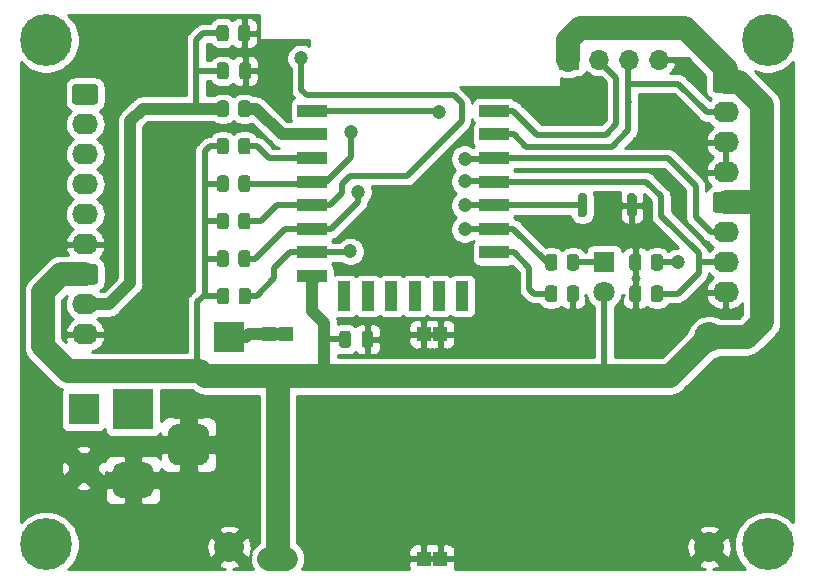
<source format=gtl>
G04 #@! TF.GenerationSoftware,KiCad,Pcbnew,(5.1.9)-1*
G04 #@! TF.CreationDate,2021-06-01T19:36:45+03:00*
G04 #@! TF.ProjectId,ESP-RGBW-3S,4553502d-5247-4425-972d-33532e6b6963,0.4*
G04 #@! TF.SameCoordinates,Original*
G04 #@! TF.FileFunction,Copper,L1,Top*
G04 #@! TF.FilePolarity,Positive*
%FSLAX46Y46*%
G04 Gerber Fmt 4.6, Leading zero omitted, Abs format (unit mm)*
G04 Created by KiCad (PCBNEW (5.1.9)-1) date 2021-06-01 19:36:45*
%MOMM*%
%LPD*%
G01*
G04 APERTURE LIST*
G04 #@! TA.AperFunction,ComponentPad*
%ADD10R,1.308000X1.308000*%
G04 #@! TD*
G04 #@! TA.AperFunction,ComponentPad*
%ADD11C,2.600000*%
G04 #@! TD*
G04 #@! TA.AperFunction,ComponentPad*
%ADD12R,2.600000X2.600000*%
G04 #@! TD*
G04 #@! TA.AperFunction,ComponentPad*
%ADD13R,2.540000X2.540000*%
G04 #@! TD*
G04 #@! TA.AperFunction,ComponentPad*
%ADD14C,2.540000*%
G04 #@! TD*
G04 #@! TA.AperFunction,ComponentPad*
%ADD15O,2.200000X1.740000*%
G04 #@! TD*
G04 #@! TA.AperFunction,SMDPad,CuDef*
%ADD16R,2.500000X1.100000*%
G04 #@! TD*
G04 #@! TA.AperFunction,SMDPad,CuDef*
%ADD17R,1.100000X2.500000*%
G04 #@! TD*
G04 #@! TA.AperFunction,ComponentPad*
%ADD18C,0.700000*%
G04 #@! TD*
G04 #@! TA.AperFunction,ComponentPad*
%ADD19C,4.400000*%
G04 #@! TD*
G04 #@! TA.AperFunction,ComponentPad*
%ADD20C,1.800000*%
G04 #@! TD*
G04 #@! TA.AperFunction,ComponentPad*
%ADD21R,1.800000X1.800000*%
G04 #@! TD*
G04 #@! TA.AperFunction,ComponentPad*
%ADD22R,3.500000X3.500000*%
G04 #@! TD*
G04 #@! TA.AperFunction,ComponentPad*
%ADD23O,1.700000X1.700000*%
G04 #@! TD*
G04 #@! TA.AperFunction,ComponentPad*
%ADD24R,1.700000X1.700000*%
G04 #@! TD*
G04 #@! TA.AperFunction,ViaPad*
%ADD25C,1.200000*%
G04 #@! TD*
G04 #@! TA.AperFunction,Conductor*
%ADD26C,0.500000*%
G04 #@! TD*
G04 #@! TA.AperFunction,Conductor*
%ADD27C,1.000000*%
G04 #@! TD*
G04 #@! TA.AperFunction,Conductor*
%ADD28C,2.000000*%
G04 #@! TD*
G04 #@! TA.AperFunction,Conductor*
%ADD29C,0.254000*%
G04 #@! TD*
G04 #@! TA.AperFunction,Conductor*
%ADD30C,0.100000*%
G04 #@! TD*
G04 APERTURE END LIST*
D10*
X42144600Y-72087400D03*
X40744600Y-72087400D03*
X53814600Y-72087400D03*
X55214600Y-72087400D03*
X53814600Y-53087400D03*
X55214600Y-53087400D03*
X42144600Y-53087400D03*
X40744600Y-53087400D03*
D11*
X25019000Y-64436000D03*
D12*
X25019000Y-59436000D03*
D13*
X37338000Y-53340000D03*
D14*
X37338000Y-71120000D03*
X77978000Y-53340000D03*
X77978000Y-71120000D03*
G04 #@! TA.AperFunction,SMDPad,CuDef*
G36*
G01*
X72244000Y-46539998D02*
X72244000Y-47440002D01*
G75*
G02*
X71994002Y-47690000I-249998J0D01*
G01*
X71468998Y-47690000D01*
G75*
G02*
X71219000Y-47440002I0J249998D01*
G01*
X71219000Y-46539998D01*
G75*
G02*
X71468998Y-46290000I249998J0D01*
G01*
X71994002Y-46290000D01*
G75*
G02*
X72244000Y-46539998I0J-249998D01*
G01*
G37*
G04 #@! TD.AperFunction*
G04 #@! TA.AperFunction,SMDPad,CuDef*
G36*
G01*
X74069000Y-46539998D02*
X74069000Y-47440002D01*
G75*
G02*
X73819002Y-47690000I-249998J0D01*
G01*
X73293998Y-47690000D01*
G75*
G02*
X73044000Y-47440002I0J249998D01*
G01*
X73044000Y-46539998D01*
G75*
G02*
X73293998Y-46290000I249998J0D01*
G01*
X73819002Y-46290000D01*
G75*
G02*
X74069000Y-46539998I0J-249998D01*
G01*
G37*
G04 #@! TD.AperFunction*
G04 #@! TA.AperFunction,SMDPad,CuDef*
G36*
G01*
X72244000Y-49206998D02*
X72244000Y-50107002D01*
G75*
G02*
X71994002Y-50357000I-249998J0D01*
G01*
X71468998Y-50357000D01*
G75*
G02*
X71219000Y-50107002I0J249998D01*
G01*
X71219000Y-49206998D01*
G75*
G02*
X71468998Y-48957000I249998J0D01*
G01*
X71994002Y-48957000D01*
G75*
G02*
X72244000Y-49206998I0J-249998D01*
G01*
G37*
G04 #@! TD.AperFunction*
G04 #@! TA.AperFunction,SMDPad,CuDef*
G36*
G01*
X74069000Y-49206998D02*
X74069000Y-50107002D01*
G75*
G02*
X73819002Y-50357000I-249998J0D01*
G01*
X73293998Y-50357000D01*
G75*
G02*
X73044000Y-50107002I0J249998D01*
G01*
X73044000Y-49206998D01*
G75*
G02*
X73293998Y-48957000I249998J0D01*
G01*
X73819002Y-48957000D01*
G75*
G02*
X74069000Y-49206998I0J-249998D01*
G01*
G37*
G04 #@! TD.AperFunction*
G04 #@! TA.AperFunction,SMDPad,CuDef*
G36*
G01*
X38144400Y-50310202D02*
X38144400Y-49410198D01*
G75*
G02*
X38394398Y-49160200I249998J0D01*
G01*
X38919402Y-49160200D01*
G75*
G02*
X39169400Y-49410198I0J-249998D01*
G01*
X39169400Y-50310202D01*
G75*
G02*
X38919402Y-50560200I-249998J0D01*
G01*
X38394398Y-50560200D01*
G75*
G02*
X38144400Y-50310202I0J249998D01*
G01*
G37*
G04 #@! TD.AperFunction*
G04 #@! TA.AperFunction,SMDPad,CuDef*
G36*
G01*
X36319400Y-50310202D02*
X36319400Y-49410198D01*
G75*
G02*
X36569398Y-49160200I249998J0D01*
G01*
X37094402Y-49160200D01*
G75*
G02*
X37344400Y-49410198I0J-249998D01*
G01*
X37344400Y-50310202D01*
G75*
G02*
X37094402Y-50560200I-249998J0D01*
G01*
X36569398Y-50560200D01*
G75*
G02*
X36319400Y-50310202I0J249998D01*
G01*
G37*
G04 #@! TD.AperFunction*
G04 #@! TA.AperFunction,SMDPad,CuDef*
G36*
G01*
X38119000Y-47136512D02*
X38119000Y-46236508D01*
G75*
G02*
X38368998Y-45986510I249998J0D01*
G01*
X38894002Y-45986510D01*
G75*
G02*
X39144000Y-46236508I0J-249998D01*
G01*
X39144000Y-47136512D01*
G75*
G02*
X38894002Y-47386510I-249998J0D01*
G01*
X38368998Y-47386510D01*
G75*
G02*
X38119000Y-47136512I0J249998D01*
G01*
G37*
G04 #@! TD.AperFunction*
G04 #@! TA.AperFunction,SMDPad,CuDef*
G36*
G01*
X36294000Y-47136512D02*
X36294000Y-46236508D01*
G75*
G02*
X36543998Y-45986510I249998J0D01*
G01*
X37069002Y-45986510D01*
G75*
G02*
X37319000Y-46236508I0J-249998D01*
G01*
X37319000Y-47136512D01*
G75*
G02*
X37069002Y-47386510I-249998J0D01*
G01*
X36543998Y-47386510D01*
G75*
G02*
X36294000Y-47136512I0J249998D01*
G01*
G37*
G04 #@! TD.AperFunction*
G04 #@! TA.AperFunction,SMDPad,CuDef*
G36*
G01*
X38119000Y-40789142D02*
X38119000Y-39889138D01*
G75*
G02*
X38368998Y-39639140I249998J0D01*
G01*
X38894002Y-39639140D01*
G75*
G02*
X39144000Y-39889138I0J-249998D01*
G01*
X39144000Y-40789142D01*
G75*
G02*
X38894002Y-41039140I-249998J0D01*
G01*
X38368998Y-41039140D01*
G75*
G02*
X38119000Y-40789142I0J249998D01*
G01*
G37*
G04 #@! TD.AperFunction*
G04 #@! TA.AperFunction,SMDPad,CuDef*
G36*
G01*
X36294000Y-40789142D02*
X36294000Y-39889138D01*
G75*
G02*
X36543998Y-39639140I249998J0D01*
G01*
X37069002Y-39639140D01*
G75*
G02*
X37319000Y-39889138I0J-249998D01*
G01*
X37319000Y-40789142D01*
G75*
G02*
X37069002Y-41039140I-249998J0D01*
G01*
X36543998Y-41039140D01*
G75*
G02*
X36294000Y-40789142I0J249998D01*
G01*
G37*
G04 #@! TD.AperFunction*
G04 #@! TA.AperFunction,SMDPad,CuDef*
G36*
G01*
X38119000Y-43962827D02*
X38119000Y-43062823D01*
G75*
G02*
X38368998Y-42812825I249998J0D01*
G01*
X38894002Y-42812825D01*
G75*
G02*
X39144000Y-43062823I0J-249998D01*
G01*
X39144000Y-43962827D01*
G75*
G02*
X38894002Y-44212825I-249998J0D01*
G01*
X38368998Y-44212825D01*
G75*
G02*
X38119000Y-43962827I0J249998D01*
G01*
G37*
G04 #@! TD.AperFunction*
G04 #@! TA.AperFunction,SMDPad,CuDef*
G36*
G01*
X36294000Y-43962827D02*
X36294000Y-43062823D01*
G75*
G02*
X36543998Y-42812825I249998J0D01*
G01*
X37069002Y-42812825D01*
G75*
G02*
X37319000Y-43062823I0J-249998D01*
G01*
X37319000Y-43962827D01*
G75*
G02*
X37069002Y-44212825I-249998J0D01*
G01*
X36543998Y-44212825D01*
G75*
G02*
X36294000Y-43962827I0J249998D01*
G01*
G37*
G04 #@! TD.AperFunction*
D15*
X79375000Y-39370000D03*
X25146000Y-45466000D03*
G04 #@! TA.AperFunction,SMDPad,CuDef*
G36*
G01*
X48557600Y-53992800D02*
X48557600Y-53042800D01*
G75*
G02*
X48807600Y-52792800I250000J0D01*
G01*
X49307600Y-52792800D01*
G75*
G02*
X49557600Y-53042800I0J-250000D01*
G01*
X49557600Y-53992800D01*
G75*
G02*
X49307600Y-54242800I-250000J0D01*
G01*
X48807600Y-54242800D01*
G75*
G02*
X48557600Y-53992800I0J250000D01*
G01*
G37*
G04 #@! TD.AperFunction*
G04 #@! TA.AperFunction,SMDPad,CuDef*
G36*
G01*
X46657600Y-53992800D02*
X46657600Y-53042800D01*
G75*
G02*
X46907600Y-52792800I250000J0D01*
G01*
X47407600Y-52792800D01*
G75*
G02*
X47657600Y-53042800I0J-250000D01*
G01*
X47657600Y-53992800D01*
G75*
G02*
X47407600Y-54242800I-250000J0D01*
G01*
X46907600Y-54242800D01*
G75*
G02*
X46657600Y-53992800I0J250000D01*
G01*
G37*
G04 #@! TD.AperFunction*
G04 #@! TA.AperFunction,SMDPad,CuDef*
G36*
G01*
X38194400Y-31263085D02*
X38194400Y-30313085D01*
G75*
G02*
X38444400Y-30063085I250000J0D01*
G01*
X38944400Y-30063085D01*
G75*
G02*
X39194400Y-30313085I0J-250000D01*
G01*
X39194400Y-31263085D01*
G75*
G02*
X38944400Y-31513085I-250000J0D01*
G01*
X38444400Y-31513085D01*
G75*
G02*
X38194400Y-31263085I0J250000D01*
G01*
G37*
G04 #@! TD.AperFunction*
G04 #@! TA.AperFunction,SMDPad,CuDef*
G36*
G01*
X36294400Y-31263085D02*
X36294400Y-30313085D01*
G75*
G02*
X36544400Y-30063085I250000J0D01*
G01*
X37044400Y-30063085D01*
G75*
G02*
X37294400Y-30313085I0J-250000D01*
G01*
X37294400Y-31263085D01*
G75*
G02*
X37044400Y-31513085I-250000J0D01*
G01*
X36544400Y-31513085D01*
G75*
G02*
X36294400Y-31263085I0J250000D01*
G01*
G37*
G04 #@! TD.AperFunction*
G04 #@! TA.AperFunction,SMDPad,CuDef*
G36*
G01*
X37319000Y-33541768D02*
X37319000Y-34441772D01*
G75*
G02*
X37069002Y-34691770I-249998J0D01*
G01*
X36543998Y-34691770D01*
G75*
G02*
X36294000Y-34441772I0J249998D01*
G01*
X36294000Y-33541768D01*
G75*
G02*
X36543998Y-33291770I249998J0D01*
G01*
X37069002Y-33291770D01*
G75*
G02*
X37319000Y-33541768I0J-249998D01*
G01*
G37*
G04 #@! TD.AperFunction*
G04 #@! TA.AperFunction,SMDPad,CuDef*
G36*
G01*
X39144000Y-33541768D02*
X39144000Y-34441772D01*
G75*
G02*
X38894002Y-34691770I-249998J0D01*
G01*
X38368998Y-34691770D01*
G75*
G02*
X38119000Y-34441772I0J249998D01*
G01*
X38119000Y-33541768D01*
G75*
G02*
X38368998Y-33291770I249998J0D01*
G01*
X38894002Y-33291770D01*
G75*
G02*
X39144000Y-33541768I0J-249998D01*
G01*
G37*
G04 #@! TD.AperFunction*
G04 #@! TA.AperFunction,SMDPad,CuDef*
G36*
G01*
X65932000Y-47440002D02*
X65932000Y-46539998D01*
G75*
G02*
X66181998Y-46290000I249998J0D01*
G01*
X66707002Y-46290000D01*
G75*
G02*
X66957000Y-46539998I0J-249998D01*
G01*
X66957000Y-47440002D01*
G75*
G02*
X66707002Y-47690000I-249998J0D01*
G01*
X66181998Y-47690000D01*
G75*
G02*
X65932000Y-47440002I0J249998D01*
G01*
G37*
G04 #@! TD.AperFunction*
G04 #@! TA.AperFunction,SMDPad,CuDef*
G36*
G01*
X64107000Y-47440002D02*
X64107000Y-46539998D01*
G75*
G02*
X64356998Y-46290000I249998J0D01*
G01*
X64882002Y-46290000D01*
G75*
G02*
X65132000Y-46539998I0J-249998D01*
G01*
X65132000Y-47440002D01*
G75*
G02*
X64882002Y-47690000I-249998J0D01*
G01*
X64356998Y-47690000D01*
G75*
G02*
X64107000Y-47440002I0J249998D01*
G01*
G37*
G04 #@! TD.AperFunction*
G04 #@! TA.AperFunction,SMDPad,CuDef*
G36*
G01*
X65932000Y-50107002D02*
X65932000Y-49206998D01*
G75*
G02*
X66181998Y-48957000I249998J0D01*
G01*
X66707002Y-48957000D01*
G75*
G02*
X66957000Y-49206998I0J-249998D01*
G01*
X66957000Y-50107002D01*
G75*
G02*
X66707002Y-50357000I-249998J0D01*
G01*
X66181998Y-50357000D01*
G75*
G02*
X65932000Y-50107002I0J249998D01*
G01*
G37*
G04 #@! TD.AperFunction*
G04 #@! TA.AperFunction,SMDPad,CuDef*
G36*
G01*
X64107000Y-50107002D02*
X64107000Y-49206998D01*
G75*
G02*
X64356998Y-48957000I249998J0D01*
G01*
X64882002Y-48957000D01*
G75*
G02*
X65132000Y-49206998I0J-249998D01*
G01*
X65132000Y-50107002D01*
G75*
G02*
X64882002Y-50357000I-249998J0D01*
G01*
X64356998Y-50357000D01*
G75*
G02*
X64107000Y-50107002I0J249998D01*
G01*
G37*
G04 #@! TD.AperFunction*
G04 #@! TA.AperFunction,SMDPad,CuDef*
G36*
G01*
X38093600Y-28034402D02*
X38093600Y-27134398D01*
G75*
G02*
X38343598Y-26884400I249998J0D01*
G01*
X38868602Y-26884400D01*
G75*
G02*
X39118600Y-27134398I0J-249998D01*
G01*
X39118600Y-28034402D01*
G75*
G02*
X38868602Y-28284400I-249998J0D01*
G01*
X38343598Y-28284400D01*
G75*
G02*
X38093600Y-28034402I0J249998D01*
G01*
G37*
G04 #@! TD.AperFunction*
G04 #@! TA.AperFunction,SMDPad,CuDef*
G36*
G01*
X36268600Y-28034402D02*
X36268600Y-27134398D01*
G75*
G02*
X36518598Y-26884400I249998J0D01*
G01*
X37043602Y-26884400D01*
G75*
G02*
X37293600Y-27134398I0J-249998D01*
G01*
X37293600Y-28034402D01*
G75*
G02*
X37043602Y-28284400I-249998J0D01*
G01*
X36518598Y-28284400D01*
G75*
G02*
X36268600Y-28034402I0J249998D01*
G01*
G37*
G04 #@! TD.AperFunction*
G04 #@! TA.AperFunction,SMDPad,CuDef*
G36*
G01*
X38119000Y-37615457D02*
X38119000Y-36715453D01*
G75*
G02*
X38368998Y-36465455I249998J0D01*
G01*
X38894002Y-36465455D01*
G75*
G02*
X39144000Y-36715453I0J-249998D01*
G01*
X39144000Y-37615457D01*
G75*
G02*
X38894002Y-37865455I-249998J0D01*
G01*
X38368998Y-37865455D01*
G75*
G02*
X38119000Y-37615457I0J249998D01*
G01*
G37*
G04 #@! TD.AperFunction*
G04 #@! TA.AperFunction,SMDPad,CuDef*
G36*
G01*
X36294000Y-37615457D02*
X36294000Y-36715453D01*
G75*
G02*
X36543998Y-36465455I249998J0D01*
G01*
X37069002Y-36465455D01*
G75*
G02*
X37319000Y-36715453I0J-249998D01*
G01*
X37319000Y-37615457D01*
G75*
G02*
X37069002Y-37865455I-249998J0D01*
G01*
X36543998Y-37865455D01*
G75*
G02*
X36294000Y-37615457I0J249998D01*
G01*
G37*
G04 #@! TD.AperFunction*
X79375000Y-49530000D03*
X79375000Y-46990000D03*
X79375000Y-44450000D03*
G04 #@! TA.AperFunction,ComponentPad*
G36*
G01*
X78524999Y-41040000D02*
X80225001Y-41040000D01*
G75*
G02*
X80475000Y-41289999I0J-249999D01*
G01*
X80475000Y-42530001D01*
G75*
G02*
X80225001Y-42780000I-249999J0D01*
G01*
X78524999Y-42780000D01*
G75*
G02*
X78275000Y-42530001I0J249999D01*
G01*
X78275000Y-41289999D01*
G75*
G02*
X78524999Y-41040000I249999J0D01*
G01*
G37*
G04 #@! TD.AperFunction*
X25146000Y-53086000D03*
X25146000Y-50546000D03*
G04 #@! TA.AperFunction,ComponentPad*
G36*
G01*
X24295999Y-47136000D02*
X25996001Y-47136000D01*
G75*
G02*
X26246000Y-47385999I0J-249999D01*
G01*
X26246000Y-48626001D01*
G75*
G02*
X25996001Y-48876000I-249999J0D01*
G01*
X24295999Y-48876000D01*
G75*
G02*
X24046000Y-48626001I0J249999D01*
G01*
X24046000Y-47385999D01*
G75*
G02*
X24295999Y-47136000I249999J0D01*
G01*
G37*
G04 #@! TD.AperFunction*
X79375000Y-36830000D03*
X79375000Y-34290000D03*
G04 #@! TA.AperFunction,ComponentPad*
G36*
G01*
X78524999Y-30880000D02*
X80225001Y-30880000D01*
G75*
G02*
X80475000Y-31129999I0J-249999D01*
G01*
X80475000Y-32370001D01*
G75*
G02*
X80225001Y-32620000I-249999J0D01*
G01*
X78524999Y-32620000D01*
G75*
G02*
X78275000Y-32370001I0J249999D01*
G01*
X78275000Y-31129999D01*
G75*
G02*
X78524999Y-30880000I249999J0D01*
G01*
G37*
G04 #@! TD.AperFunction*
D16*
X44385000Y-34163000D03*
X44385000Y-36163000D03*
X44385000Y-38163000D03*
X44385000Y-40163000D03*
X44385000Y-42163000D03*
X44385000Y-44163000D03*
X44385000Y-46163000D03*
X44385000Y-48163000D03*
X59785000Y-48163000D03*
X59785000Y-46163000D03*
X59785000Y-44163000D03*
X59785000Y-42163000D03*
X59785000Y-40163000D03*
X59785000Y-38163000D03*
X59785000Y-36163000D03*
X59785000Y-34163000D03*
D17*
X47075000Y-49863000D03*
X49075000Y-49863000D03*
X51075000Y-49863000D03*
X53075000Y-49863000D03*
X55075000Y-49863000D03*
X57075000Y-49863000D03*
D18*
X23010726Y-27027274D03*
X21844000Y-26544000D03*
X20677274Y-27027274D03*
X20194000Y-28194000D03*
X20677274Y-29360726D03*
X21844000Y-29844000D03*
X23010726Y-29360726D03*
X23494000Y-28194000D03*
D19*
X21844000Y-28194000D03*
D18*
X84097726Y-27027274D03*
X82931000Y-26544000D03*
X81764274Y-27027274D03*
X81281000Y-28194000D03*
X81764274Y-29360726D03*
X82931000Y-29844000D03*
X84097726Y-29360726D03*
X84581000Y-28194000D03*
D19*
X82931000Y-28194000D03*
X82931000Y-70866000D03*
D18*
X84581000Y-70866000D03*
X84097726Y-72032726D03*
X82931000Y-72516000D03*
X81764274Y-72032726D03*
X81281000Y-70866000D03*
X81764274Y-69699274D03*
X82931000Y-69216000D03*
X84097726Y-69699274D03*
D19*
X21844000Y-70866000D03*
D18*
X23494000Y-70866000D03*
X23010726Y-72032726D03*
X21844000Y-72516000D03*
X20677274Y-72032726D03*
X20194000Y-70866000D03*
X20677274Y-69699274D03*
X21844000Y-69216000D03*
X23010726Y-69699274D03*
D20*
X69088000Y-49530000D03*
D21*
X69088000Y-46990000D03*
G04 #@! TA.AperFunction,ComponentPad*
G36*
G01*
X34785000Y-64186000D02*
X33035000Y-64186000D01*
G75*
G02*
X32160000Y-63311000I0J875000D01*
G01*
X32160000Y-61561000D01*
G75*
G02*
X33035000Y-60686000I875000J0D01*
G01*
X34785000Y-60686000D01*
G75*
G02*
X35660000Y-61561000I0J-875000D01*
G01*
X35660000Y-63311000D01*
G75*
G02*
X34785000Y-64186000I-875000J0D01*
G01*
G37*
G04 #@! TD.AperFunction*
G04 #@! TA.AperFunction,ComponentPad*
G36*
G01*
X30210000Y-66936000D02*
X28210000Y-66936000D01*
G75*
G02*
X27460000Y-66186000I0J750000D01*
G01*
X27460000Y-64686000D01*
G75*
G02*
X28210000Y-63936000I750000J0D01*
G01*
X30210000Y-63936000D01*
G75*
G02*
X30960000Y-64686000I0J-750000D01*
G01*
X30960000Y-66186000D01*
G75*
G02*
X30210000Y-66936000I-750000J0D01*
G01*
G37*
G04 #@! TD.AperFunction*
D22*
X29210000Y-59436000D03*
D23*
X73719399Y-29845000D03*
X71179399Y-29845000D03*
X68639399Y-29845000D03*
D24*
X66099399Y-29845000D03*
D15*
X25146000Y-42926000D03*
X25146000Y-40386000D03*
X25146000Y-37846000D03*
X25146000Y-35306000D03*
G04 #@! TA.AperFunction,ComponentPad*
G36*
G01*
X24295999Y-31896000D02*
X25996001Y-31896000D01*
G75*
G02*
X26246000Y-32145999I0J-249999D01*
G01*
X26246000Y-33386001D01*
G75*
G02*
X25996001Y-33636000I-249999J0D01*
G01*
X24295999Y-33636000D01*
G75*
G02*
X24046000Y-33386001I0J249999D01*
G01*
X24046000Y-32145999D01*
G75*
G02*
X24295999Y-31896000I249999J0D01*
G01*
G37*
G04 #@! TD.AperFunction*
G04 #@! TA.AperFunction,SMDPad,CuDef*
G36*
G01*
X71842000Y-41364000D02*
X71842000Y-42964000D01*
G75*
G02*
X71642000Y-43164000I-200000J0D01*
G01*
X71242000Y-43164000D01*
G75*
G02*
X71042000Y-42964000I0J200000D01*
G01*
X71042000Y-41364000D01*
G75*
G02*
X71242000Y-41164000I200000J0D01*
G01*
X71642000Y-41164000D01*
G75*
G02*
X71842000Y-41364000I0J-200000D01*
G01*
G37*
G04 #@! TD.AperFunction*
G04 #@! TA.AperFunction,SMDPad,CuDef*
G36*
G01*
X67642000Y-41364000D02*
X67642000Y-42964000D01*
G75*
G02*
X67442000Y-43164000I-200000J0D01*
G01*
X67042000Y-43164000D01*
G75*
G02*
X66842000Y-42964000I0J200000D01*
G01*
X66842000Y-41364000D01*
G75*
G02*
X67042000Y-41164000I200000J0D01*
G01*
X67442000Y-41164000D01*
G75*
G02*
X67642000Y-41364000I0J-200000D01*
G01*
G37*
G04 #@! TD.AperFunction*
D25*
X73812400Y-34188400D03*
X33274000Y-50546000D03*
X60706000Y-51054000D03*
X64160400Y-32766000D03*
X75387200Y-41884600D03*
X75311000Y-46990000D03*
X57277000Y-38227000D03*
X57277000Y-40132000D03*
X55115898Y-34287898D03*
X57277000Y-44196000D03*
X57277000Y-42164000D03*
X47599600Y-46075600D03*
X47625000Y-35941000D03*
X48260000Y-41021000D03*
X43434000Y-29718000D03*
D26*
X34541058Y-28196942D02*
X34541058Y-30381342D01*
X35128200Y-27609800D02*
X34541058Y-28196942D01*
X36349300Y-27609800D02*
X35128200Y-27609800D01*
X36806500Y-27152600D02*
X36349300Y-27609800D01*
X36769000Y-30417971D02*
X36554571Y-30632400D01*
X34616915Y-30788085D02*
X34541058Y-30863942D01*
X34541058Y-30863942D02*
X34541058Y-33683342D01*
X36794400Y-30788085D02*
X34616915Y-30788085D01*
X34541058Y-30381342D02*
X34541058Y-30863942D01*
D27*
X36736870Y-34061400D02*
X36806500Y-33991770D01*
X27178000Y-50546000D02*
X25400000Y-50546000D01*
X28956000Y-48768000D02*
X27178000Y-50546000D01*
X28956000Y-35052000D02*
X28956000Y-48768000D01*
X30016230Y-33991770D02*
X28956000Y-35052000D01*
X36806500Y-33991770D02*
X30016230Y-33991770D01*
D28*
X80475000Y-31750000D02*
X79375000Y-31750000D01*
X82423000Y-41275000D02*
X82423000Y-33698000D01*
X82423000Y-33698000D02*
X80475000Y-31750000D01*
X81153000Y-53340000D02*
X82423000Y-52070000D01*
X77978000Y-53340000D02*
X81153000Y-53340000D01*
X82423000Y-52070000D02*
X82423000Y-41275000D01*
X74168000Y-56642000D02*
X68961000Y-56642000D01*
X77978000Y-53340000D02*
X74676000Y-56642000D01*
X74676000Y-56642000D02*
X74168000Y-56642000D01*
D26*
X68961000Y-56642000D02*
X67437000Y-56642000D01*
X45055000Y-48133000D02*
X45085000Y-48163000D01*
X40894000Y-56388000D02*
X41148000Y-56642000D01*
D28*
X23114000Y-48006000D02*
X25146000Y-48006000D01*
X41148000Y-56642000D02*
X35306000Y-56642000D01*
X35306000Y-56642000D02*
X34849999Y-56185999D01*
X34849999Y-56185999D02*
X23673999Y-56185999D01*
X23673999Y-56185999D02*
X21590000Y-54102000D01*
X21590000Y-54102000D02*
X21590000Y-49530000D01*
X21590000Y-49530000D02*
X23114000Y-48006000D01*
X79375000Y-30607000D02*
X79375000Y-31750000D01*
X66040000Y-29845000D02*
X66040000Y-28194000D01*
X66040000Y-28194000D02*
X67056000Y-27178000D01*
X67056000Y-27178000D02*
X75946000Y-27178000D01*
X75946000Y-27178000D02*
X79375000Y-30607000D01*
X81788000Y-41910000D02*
X82423000Y-41275000D01*
X79375000Y-41910000D02*
X81788000Y-41910000D01*
D26*
X35280600Y-55755398D02*
X34849999Y-56185999D01*
D28*
X42265600Y-56642000D02*
X41148000Y-56642000D01*
D26*
X35707145Y-37165455D02*
X36806500Y-37165455D01*
X35280600Y-37592000D02*
X35707145Y-37165455D01*
X34624001Y-50389799D02*
X35280600Y-49733200D01*
X34624001Y-55960001D02*
X34624001Y-50389799D01*
X34849999Y-56185999D02*
X34624001Y-55960001D01*
X35302060Y-40339140D02*
X35280600Y-40360600D01*
X36806500Y-40339140D02*
X35302060Y-40339140D01*
X35280600Y-40360600D02*
X35280600Y-37592000D01*
X35354175Y-43512825D02*
X35280600Y-43586400D01*
X36806500Y-43512825D02*
X35354175Y-43512825D01*
X35280600Y-43586400D02*
X35280600Y-40360600D01*
X35281910Y-46686510D02*
X35280600Y-46685200D01*
X36806500Y-46686510D02*
X35281910Y-46686510D01*
X35280600Y-46685200D02*
X35280600Y-43586400D01*
X35280600Y-49733200D02*
X35280600Y-46685200D01*
X35407600Y-49860200D02*
X35280600Y-49733200D01*
X36831900Y-49860200D02*
X35407600Y-49860200D01*
D28*
X44754800Y-56642000D02*
X42265600Y-56642000D01*
X45415200Y-56642000D02*
X44754800Y-56642000D01*
X68961000Y-56642000D02*
X45415200Y-56642000D01*
D26*
X44454600Y-48793400D02*
X44221400Y-48793400D01*
X44851800Y-48396200D02*
X44454600Y-48793400D01*
X44851800Y-48163000D02*
X44851800Y-48396200D01*
D27*
X44399200Y-51155600D02*
X45415200Y-52171600D01*
X44399200Y-48848800D02*
X44399200Y-51155600D01*
D26*
X45085000Y-48163000D02*
X44399200Y-48848800D01*
X47157600Y-53517800D02*
X45542200Y-53517800D01*
D27*
X45415200Y-53644800D02*
X45415200Y-56642000D01*
D26*
X45542200Y-53517800D02*
X45415200Y-53644800D01*
D27*
X45415200Y-52171600D02*
X45415200Y-53644800D01*
D28*
X40744600Y-72087400D02*
X42144600Y-72087400D01*
X41400990Y-72134990D02*
X41402000Y-72134990D01*
X41353400Y-72087400D02*
X41400990Y-72134990D01*
X41399800Y-72087400D02*
X41402000Y-72085200D01*
X40744600Y-72087400D02*
X41399800Y-72087400D01*
X41402000Y-72085200D02*
X41353400Y-72087400D01*
X41478200Y-56972200D02*
X41148000Y-56642000D01*
X41478200Y-72009000D02*
X41478200Y-56972200D01*
X41402000Y-72085200D02*
X41478200Y-72009000D01*
D26*
X69088000Y-56515000D02*
X68961000Y-56642000D01*
X69088000Y-49530000D02*
X69088000Y-56515000D01*
D27*
X37338000Y-53340000D02*
X38735000Y-53340000D01*
X38987600Y-53087400D02*
X42144600Y-53087400D01*
X38735000Y-53340000D02*
X38987600Y-53087400D01*
D26*
X70104000Y-31369000D02*
X68580000Y-29845000D01*
X63449202Y-36195002D02*
X69214998Y-36195002D01*
X70104000Y-35306000D02*
X70104000Y-31369000D01*
X69214998Y-36195002D02*
X70104000Y-35306000D01*
X61417200Y-34163000D02*
X63449202Y-36195002D01*
X59085000Y-34163000D02*
X61417200Y-34163000D01*
X71120000Y-31877000D02*
X71120000Y-29845000D01*
X75362000Y-31877000D02*
X71120000Y-31877000D01*
X77775000Y-34290000D02*
X75362000Y-31877000D01*
X79375000Y-34290000D02*
X77775000Y-34290000D01*
X71170800Y-33401000D02*
X71120000Y-33350200D01*
X71120000Y-31877000D02*
X71120000Y-33350200D01*
X61461400Y-36163000D02*
X59085000Y-36163000D01*
X62493412Y-37195012D02*
X61461400Y-36163000D01*
X69738988Y-37195012D02*
X62493412Y-37195012D01*
X71120000Y-35814000D02*
X69738988Y-37195012D01*
X71120000Y-33350200D02*
X71120000Y-35814000D01*
X59021000Y-38227000D02*
X59085000Y-38163000D01*
X57277000Y-38227000D02*
X59021000Y-38227000D01*
X73556500Y-46990000D02*
X75311000Y-46990000D01*
X78105000Y-44450000D02*
X79375000Y-44450000D01*
X76835000Y-43180000D02*
X78105000Y-44450000D01*
X59117022Y-38195022D02*
X74517022Y-38195022D01*
X76835000Y-40513000D02*
X76835000Y-43180000D01*
X74517022Y-38195022D02*
X76835000Y-40513000D01*
X59085000Y-38163000D02*
X59117022Y-38195022D01*
X59054000Y-40132000D02*
X59085000Y-40163000D01*
X57277000Y-40132000D02*
X59054000Y-40132000D01*
X77089000Y-46990000D02*
X79375000Y-46990000D01*
X77089000Y-47879000D02*
X77089000Y-46990000D01*
X75311000Y-49657000D02*
X77089000Y-47879000D01*
X73556500Y-49657000D02*
X75311000Y-49657000D01*
X77089000Y-46228000D02*
X77089000Y-46990000D01*
X73914000Y-43053000D02*
X77089000Y-46228000D01*
X73914000Y-41402000D02*
X73914000Y-43053000D01*
X72675000Y-40163000D02*
X73914000Y-41402000D01*
X59085000Y-40163000D02*
X72675000Y-40163000D01*
X45212000Y-34290000D02*
X45085000Y-34163000D01*
X45085000Y-34163000D02*
X54991000Y-34163000D01*
X54991000Y-34163000D02*
X55115898Y-34287898D01*
X41287200Y-38163000D02*
X45085000Y-38163000D01*
X38631500Y-37165455D02*
X39705455Y-37165455D01*
X40703000Y-38163000D02*
X41287200Y-38163000D01*
X39705455Y-37165455D02*
X40703000Y-38163000D01*
X57277000Y-44196000D02*
X59052000Y-44196000D01*
X59052000Y-44196000D02*
X59085000Y-44163000D01*
X64236600Y-46990000D02*
X64507000Y-46990000D01*
X61409600Y-44163000D02*
X64236600Y-46990000D01*
X59085000Y-44163000D02*
X61409600Y-44163000D01*
X67241000Y-42163000D02*
X67242000Y-42164000D01*
X59085000Y-42163000D02*
X67241000Y-42163000D01*
X57277000Y-42164000D02*
X59084000Y-42164000D01*
X59084000Y-42164000D02*
X59085000Y-42163000D01*
X61428400Y-46163000D02*
X59085000Y-46163000D01*
X62738000Y-47472600D02*
X61428400Y-46163000D01*
X62738000Y-49276000D02*
X62738000Y-47472600D01*
X64507000Y-49657000D02*
X63119000Y-49657000D01*
X63119000Y-49657000D02*
X62738000Y-49276000D01*
D27*
X41776400Y-36163000D02*
X45085000Y-36163000D01*
X39605170Y-33991770D02*
X41776400Y-36163000D01*
X38631500Y-33991770D02*
X39605170Y-33991770D01*
D26*
X47512200Y-46163000D02*
X47599600Y-46075600D01*
X45085000Y-46163000D02*
X47512200Y-46163000D01*
X42457600Y-46163000D02*
X45085000Y-46163000D01*
X41173400Y-47447200D02*
X42457600Y-46163000D01*
X39674800Y-49860200D02*
X41173400Y-48361600D01*
X41173400Y-48361600D02*
X41173400Y-47447200D01*
X38656900Y-49860200D02*
X39674800Y-49860200D01*
X47625000Y-38073002D02*
X47625000Y-35941000D01*
X45535002Y-40163000D02*
X47625000Y-38073002D01*
X45085000Y-40163000D02*
X45535002Y-40163000D01*
X45076084Y-40154084D02*
X45085000Y-40163000D01*
X44908860Y-40339140D02*
X45085000Y-40163000D01*
X38631500Y-40339140D02*
X44908860Y-40339140D01*
X38631500Y-46624826D02*
X38947774Y-46624826D01*
X42578000Y-44163000D02*
X45085000Y-44163000D01*
X38631500Y-46686510D02*
X39571890Y-46686510D01*
X42095400Y-44163000D02*
X42578000Y-44163000D01*
X39571890Y-46686510D02*
X42095400Y-44163000D01*
X45966528Y-44163000D02*
X48260000Y-41869528D01*
X48260000Y-41869528D02*
X48260000Y-41021000D01*
X45085000Y-44163000D02*
X45966528Y-44163000D01*
X41377600Y-42163000D02*
X45085000Y-42163000D01*
X40027775Y-43512825D02*
X41377600Y-42163000D01*
X38631500Y-43512825D02*
X40027775Y-43512825D01*
X45848000Y-42163000D02*
X45085000Y-42163000D01*
X46909998Y-40372998D02*
X46909998Y-41101002D01*
X47611998Y-39670998D02*
X46909998Y-40372998D01*
X52404002Y-39670998D02*
X47611998Y-39670998D01*
X46909998Y-41101002D02*
X45848000Y-42163000D01*
X57023000Y-35052000D02*
X52404002Y-39670998D01*
X57023000Y-33528000D02*
X57023000Y-35052000D01*
X56357999Y-32862999D02*
X57023000Y-33528000D01*
X43434000Y-32385000D02*
X43911999Y-32862999D01*
X43911999Y-32862999D02*
X56357999Y-32862999D01*
X43434000Y-29718000D02*
X43434000Y-32385000D01*
X66444500Y-46990000D02*
X69088000Y-46990000D01*
D29*
X39878000Y-28067000D02*
X39880440Y-28091776D01*
X39887667Y-28115601D01*
X39899403Y-28137557D01*
X39915197Y-28156803D01*
X39934443Y-28172597D01*
X39956399Y-28184333D01*
X39980224Y-28191560D01*
X40005000Y-28194000D01*
X44069000Y-28194000D01*
X44069000Y-28656971D01*
X44018992Y-28623557D01*
X43794236Y-28530460D01*
X43555637Y-28483000D01*
X43312363Y-28483000D01*
X43073764Y-28530460D01*
X42849008Y-28623557D01*
X42646733Y-28758713D01*
X42474713Y-28930733D01*
X42339557Y-29133008D01*
X42246460Y-29357764D01*
X42199000Y-29596363D01*
X42199000Y-29839637D01*
X42246460Y-30078236D01*
X42339557Y-30302992D01*
X42474713Y-30505267D01*
X42549000Y-30579554D01*
X42549001Y-32341521D01*
X42544719Y-32385000D01*
X42561805Y-32558490D01*
X42612412Y-32725313D01*
X42694590Y-32879059D01*
X42777468Y-32980046D01*
X42777471Y-32980049D01*
X42805184Y-33013817D01*
X42838952Y-33041530D01*
X42845268Y-33047846D01*
X42780506Y-33082463D01*
X42683815Y-33161815D01*
X42604463Y-33258506D01*
X42545498Y-33368820D01*
X42509188Y-33488518D01*
X42496928Y-33613000D01*
X42496928Y-34713000D01*
X42509188Y-34837482D01*
X42545498Y-34957180D01*
X42583353Y-35028000D01*
X42246532Y-35028000D01*
X40447166Y-33228635D01*
X40411619Y-33185321D01*
X40238793Y-33043486D01*
X40041617Y-32938094D01*
X39827669Y-32873193D01*
X39660922Y-32856770D01*
X39660921Y-32856770D01*
X39605170Y-32851279D01*
X39549419Y-32856770D01*
X39452461Y-32856770D01*
X39387387Y-32803365D01*
X39233852Y-32721298D01*
X39067256Y-32670762D01*
X38894002Y-32653698D01*
X38368998Y-32653698D01*
X38195744Y-32670762D01*
X38029148Y-32721298D01*
X37875613Y-32803365D01*
X37741038Y-32913808D01*
X37719000Y-32940661D01*
X37696962Y-32913808D01*
X37562387Y-32803365D01*
X37408852Y-32721298D01*
X37242256Y-32670762D01*
X37069002Y-32653698D01*
X36543998Y-32653698D01*
X36370744Y-32670762D01*
X36204148Y-32721298D01*
X36050613Y-32803365D01*
X35985539Y-32856770D01*
X35426058Y-32856770D01*
X35426058Y-31673085D01*
X35761424Y-31673085D01*
X35805995Y-31756471D01*
X35916438Y-31891047D01*
X36051014Y-32001490D01*
X36204550Y-32083557D01*
X36371146Y-32134093D01*
X36544400Y-32151157D01*
X37044400Y-32151157D01*
X37217654Y-32134093D01*
X37384250Y-32083557D01*
X37537786Y-32001490D01*
X37672362Y-31891047D01*
X37677742Y-31884491D01*
X37743215Y-31964270D01*
X37839906Y-32043622D01*
X37950220Y-32102587D01*
X38069918Y-32138897D01*
X38194400Y-32151157D01*
X38408650Y-32148085D01*
X38567400Y-31989335D01*
X38567400Y-30915085D01*
X38821400Y-30915085D01*
X38821400Y-31989335D01*
X38980150Y-32148085D01*
X39194400Y-32151157D01*
X39318882Y-32138897D01*
X39438580Y-32102587D01*
X39548894Y-32043622D01*
X39645585Y-31964270D01*
X39724937Y-31867579D01*
X39783902Y-31757265D01*
X39820212Y-31637567D01*
X39832472Y-31513085D01*
X39829400Y-31073835D01*
X39670650Y-30915085D01*
X38821400Y-30915085D01*
X38567400Y-30915085D01*
X38547400Y-30915085D01*
X38547400Y-30661085D01*
X38567400Y-30661085D01*
X38567400Y-29586835D01*
X38821400Y-29586835D01*
X38821400Y-30661085D01*
X39670650Y-30661085D01*
X39829400Y-30502335D01*
X39832472Y-30063085D01*
X39820212Y-29938603D01*
X39783902Y-29818905D01*
X39724937Y-29708591D01*
X39645585Y-29611900D01*
X39548894Y-29532548D01*
X39438580Y-29473583D01*
X39318882Y-29437273D01*
X39194400Y-29425013D01*
X38980150Y-29428085D01*
X38821400Y-29586835D01*
X38567400Y-29586835D01*
X38408650Y-29428085D01*
X38194400Y-29425013D01*
X38069918Y-29437273D01*
X37950220Y-29473583D01*
X37839906Y-29532548D01*
X37743215Y-29611900D01*
X37677742Y-29691679D01*
X37672362Y-29685123D01*
X37537786Y-29574680D01*
X37384250Y-29492613D01*
X37217654Y-29442077D01*
X37044400Y-29425013D01*
X36544400Y-29425013D01*
X36371146Y-29442077D01*
X36204550Y-29492613D01*
X36051014Y-29574680D01*
X35916438Y-29685123D01*
X35805995Y-29819699D01*
X35761424Y-29903085D01*
X35426058Y-29903085D01*
X35426058Y-28563520D01*
X35494778Y-28494800D01*
X35762563Y-28494800D01*
X35780195Y-28527787D01*
X35890638Y-28662362D01*
X36025213Y-28772805D01*
X36178748Y-28854872D01*
X36345344Y-28905408D01*
X36518598Y-28922472D01*
X37043602Y-28922472D01*
X37216856Y-28905408D01*
X37383452Y-28854872D01*
X37536987Y-28772805D01*
X37618237Y-28706124D01*
X37642415Y-28735585D01*
X37739106Y-28814937D01*
X37849420Y-28873902D01*
X37969118Y-28910212D01*
X38093600Y-28922472D01*
X38320350Y-28919400D01*
X38479100Y-28760650D01*
X38479100Y-27711400D01*
X38733100Y-27711400D01*
X38733100Y-28760650D01*
X38891850Y-28919400D01*
X39118600Y-28922472D01*
X39243082Y-28910212D01*
X39362780Y-28873902D01*
X39473094Y-28814937D01*
X39569785Y-28735585D01*
X39649137Y-28638894D01*
X39708102Y-28528580D01*
X39744412Y-28408882D01*
X39756672Y-28284400D01*
X39753600Y-27870150D01*
X39594850Y-27711400D01*
X38733100Y-27711400D01*
X38479100Y-27711400D01*
X38459100Y-27711400D01*
X38459100Y-27457400D01*
X38479100Y-27457400D01*
X38479100Y-26408150D01*
X38733100Y-26408150D01*
X38733100Y-27457400D01*
X39594850Y-27457400D01*
X39753600Y-27298650D01*
X39756672Y-26884400D01*
X39744412Y-26759918D01*
X39708102Y-26640220D01*
X39649137Y-26529906D01*
X39569785Y-26433215D01*
X39473094Y-26353863D01*
X39362780Y-26294898D01*
X39243082Y-26258588D01*
X39118600Y-26246328D01*
X38891850Y-26249400D01*
X38733100Y-26408150D01*
X38479100Y-26408150D01*
X38320350Y-26249400D01*
X38093600Y-26246328D01*
X37969118Y-26258588D01*
X37849420Y-26294898D01*
X37739106Y-26353863D01*
X37642415Y-26433215D01*
X37618237Y-26462676D01*
X37536987Y-26395995D01*
X37383452Y-26313928D01*
X37216856Y-26263392D01*
X37043602Y-26246328D01*
X36518598Y-26246328D01*
X36345344Y-26263392D01*
X36178748Y-26313928D01*
X36025213Y-26395995D01*
X35890638Y-26506438D01*
X35780195Y-26641013D01*
X35735409Y-26724800D01*
X35171665Y-26724800D01*
X35128199Y-26720519D01*
X35084733Y-26724800D01*
X35084723Y-26724800D01*
X34954710Y-26737605D01*
X34787887Y-26788211D01*
X34634141Y-26870389D01*
X34499383Y-26980983D01*
X34471668Y-27014754D01*
X33946014Y-27540408D01*
X33912241Y-27568125D01*
X33801647Y-27702884D01*
X33719469Y-27856630D01*
X33668863Y-28023453D01*
X33656058Y-28153466D01*
X33656058Y-28153473D01*
X33651777Y-28196942D01*
X33656058Y-28240411D01*
X33656059Y-30337856D01*
X33656058Y-30337866D01*
X33656058Y-30820473D01*
X33651777Y-30863942D01*
X33656058Y-30907411D01*
X33656059Y-32856770D01*
X30071982Y-32856770D01*
X30016230Y-32851279D01*
X29960478Y-32856770D01*
X29893294Y-32863387D01*
X29793731Y-32873193D01*
X29579783Y-32938094D01*
X29382607Y-33043486D01*
X29253086Y-33149781D01*
X29253085Y-33149782D01*
X29209781Y-33185321D01*
X29174243Y-33228624D01*
X28192864Y-34210005D01*
X28149551Y-34245551D01*
X28007716Y-34418377D01*
X27918638Y-34585032D01*
X27902324Y-34615554D01*
X27837423Y-34829502D01*
X27815509Y-35052000D01*
X27821000Y-35107751D01*
X27821001Y-48297866D01*
X26707869Y-49411000D01*
X26402214Y-49411000D01*
X26489387Y-49364405D01*
X26623962Y-49253962D01*
X26734405Y-49119387D01*
X26816472Y-48965851D01*
X26867008Y-48799255D01*
X26884072Y-48626001D01*
X26884072Y-47385999D01*
X26867008Y-47212745D01*
X26816472Y-47046149D01*
X26734405Y-46892613D01*
X26623962Y-46758038D01*
X26489387Y-46647595D01*
X26380686Y-46589493D01*
X26536536Y-46436494D01*
X26703571Y-46191437D01*
X26819588Y-45918502D01*
X26837302Y-45826031D01*
X26716246Y-45593000D01*
X25273000Y-45593000D01*
X25273000Y-45613000D01*
X25019000Y-45613000D01*
X25019000Y-45593000D01*
X23575754Y-45593000D01*
X23454698Y-45826031D01*
X23472412Y-45918502D01*
X23588429Y-46191437D01*
X23710822Y-46371000D01*
X23194319Y-46371000D01*
X23113999Y-46363089D01*
X23033680Y-46371000D01*
X23033678Y-46371000D01*
X22793484Y-46394657D01*
X22485285Y-46488148D01*
X22201248Y-46639969D01*
X21952286Y-46844286D01*
X21901079Y-46906682D01*
X20490682Y-48317080D01*
X20428287Y-48368286D01*
X20263001Y-48569689D01*
X20223970Y-48617248D01*
X20072148Y-48901286D01*
X19978658Y-49209484D01*
X19947089Y-49530000D01*
X19955001Y-49610329D01*
X19955000Y-54021680D01*
X19947089Y-54102000D01*
X19955000Y-54182319D01*
X19955000Y-54182321D01*
X19978657Y-54422515D01*
X20072148Y-54730714D01*
X20223969Y-55014751D01*
X20428286Y-55263714D01*
X20490686Y-55314924D01*
X22461082Y-57285322D01*
X22512285Y-57347713D01*
X22761247Y-57552030D01*
X23009670Y-57684815D01*
X23045284Y-57703851D01*
X23210950Y-57754105D01*
X23188463Y-57781506D01*
X23129498Y-57891820D01*
X23093188Y-58011518D01*
X23080928Y-58136000D01*
X23080928Y-60736000D01*
X23093188Y-60860482D01*
X23129498Y-60980180D01*
X23188463Y-61090494D01*
X23267815Y-61187185D01*
X23364506Y-61266537D01*
X23474820Y-61325502D01*
X23594518Y-61361812D01*
X23719000Y-61374072D01*
X26319000Y-61374072D01*
X26443482Y-61361812D01*
X26563180Y-61325502D01*
X26673494Y-61266537D01*
X26770185Y-61187185D01*
X26821928Y-61124136D01*
X26821928Y-61186000D01*
X26834188Y-61310482D01*
X26870498Y-61430180D01*
X26929463Y-61540494D01*
X27008815Y-61637185D01*
X27105506Y-61716537D01*
X27215820Y-61775502D01*
X27335518Y-61811812D01*
X27460000Y-61824072D01*
X30960000Y-61824072D01*
X31084482Y-61811812D01*
X31204180Y-61775502D01*
X31314494Y-61716537D01*
X31411185Y-61637185D01*
X31490537Y-61540494D01*
X31524438Y-61477071D01*
X31525000Y-61654250D01*
X31683750Y-61813000D01*
X33287000Y-61813000D01*
X33287000Y-60209750D01*
X34533000Y-60209750D01*
X34533000Y-61813000D01*
X36136250Y-61813000D01*
X36295000Y-61654250D01*
X36298072Y-60686000D01*
X36285812Y-60561518D01*
X36249502Y-60441820D01*
X36190537Y-60331506D01*
X36111185Y-60234815D01*
X36014494Y-60155463D01*
X35904180Y-60096498D01*
X35784482Y-60060188D01*
X35660000Y-60047928D01*
X34691750Y-60051000D01*
X34533000Y-60209750D01*
X33287000Y-60209750D01*
X33128250Y-60051000D01*
X32160000Y-60047928D01*
X32035518Y-60060188D01*
X31915820Y-60096498D01*
X31805506Y-60155463D01*
X31708815Y-60234815D01*
X31629463Y-60331506D01*
X31598072Y-60390233D01*
X31598072Y-57820999D01*
X34165348Y-57820999D01*
X34393248Y-58008031D01*
X34677285Y-58159852D01*
X34831384Y-58206597D01*
X34985483Y-58253343D01*
X35306000Y-58284911D01*
X35386322Y-58277000D01*
X39843201Y-58277000D01*
X39843200Y-70715301D01*
X39831848Y-70721369D01*
X39582886Y-70925686D01*
X39378569Y-71174648D01*
X39226748Y-71458685D01*
X39203781Y-71534398D01*
X39250723Y-71195606D01*
X39228721Y-70820999D01*
X39134059Y-70457883D01*
X39076193Y-70318182D01*
X38814709Y-70170793D01*
X37865502Y-71120000D01*
X38814709Y-72069207D01*
X39076193Y-71921818D01*
X39156144Y-71691434D01*
X39133257Y-71766884D01*
X39101689Y-72087400D01*
X39133257Y-72407916D01*
X39226748Y-72716115D01*
X39378488Y-73000000D01*
X37678126Y-73000000D01*
X38000117Y-72916059D01*
X38139818Y-72858193D01*
X38287207Y-72596709D01*
X37338000Y-71647502D01*
X36388793Y-72596709D01*
X36536182Y-72858193D01*
X36890693Y-72981221D01*
X37026225Y-73000000D01*
X23719295Y-73000000D01*
X24046088Y-72673207D01*
X24356344Y-72208876D01*
X24570052Y-71692939D01*
X24679000Y-71145223D01*
X24679000Y-71044394D01*
X35425277Y-71044394D01*
X35447279Y-71419001D01*
X35541941Y-71782117D01*
X35599807Y-71921818D01*
X35861291Y-72069207D01*
X36810498Y-71120000D01*
X35861291Y-70170793D01*
X35599807Y-70318182D01*
X35476779Y-70672693D01*
X35425277Y-71044394D01*
X24679000Y-71044394D01*
X24679000Y-70586777D01*
X24570052Y-70039061D01*
X24406119Y-69643291D01*
X36388793Y-69643291D01*
X37338000Y-70592498D01*
X38287207Y-69643291D01*
X38139818Y-69381807D01*
X37785307Y-69258779D01*
X37413606Y-69207277D01*
X37038999Y-69229279D01*
X36675883Y-69323941D01*
X36536182Y-69381807D01*
X36388793Y-69643291D01*
X24406119Y-69643291D01*
X24356344Y-69523124D01*
X24046088Y-69058793D01*
X23651207Y-68663912D01*
X23186876Y-68353656D01*
X22670939Y-68139948D01*
X22123223Y-68031000D01*
X21564777Y-68031000D01*
X21017061Y-68139948D01*
X20501124Y-68353656D01*
X20036793Y-68663912D01*
X19710000Y-68990705D01*
X19710000Y-66936000D01*
X26821928Y-66936000D01*
X26834188Y-67060482D01*
X26870498Y-67180180D01*
X26929463Y-67290494D01*
X27008815Y-67387185D01*
X27105506Y-67466537D01*
X27215820Y-67525502D01*
X27335518Y-67561812D01*
X27460000Y-67574072D01*
X28428250Y-67571000D01*
X28587000Y-67412250D01*
X28587000Y-66059000D01*
X29833000Y-66059000D01*
X29833000Y-67412250D01*
X29991750Y-67571000D01*
X30960000Y-67574072D01*
X31084482Y-67561812D01*
X31204180Y-67525502D01*
X31314494Y-67466537D01*
X31411185Y-67387185D01*
X31490537Y-67290494D01*
X31549502Y-67180180D01*
X31585812Y-67060482D01*
X31598072Y-66936000D01*
X31595000Y-66217750D01*
X31436250Y-66059000D01*
X29833000Y-66059000D01*
X28587000Y-66059000D01*
X26983750Y-66059000D01*
X26825000Y-66217750D01*
X26821928Y-66936000D01*
X19710000Y-66936000D01*
X19710000Y-66059804D01*
X24276252Y-66059804D01*
X24440404Y-66292280D01*
X24813664Y-66369491D01*
X25194814Y-66372398D01*
X25569209Y-66300892D01*
X25597596Y-66292280D01*
X25761748Y-66059804D01*
X25019000Y-65317055D01*
X24276252Y-66059804D01*
X19710000Y-66059804D01*
X19710000Y-64611814D01*
X23082602Y-64611814D01*
X23154108Y-64986209D01*
X23162720Y-65014596D01*
X23395196Y-65178748D01*
X24137945Y-64436000D01*
X25900055Y-64436000D01*
X26642804Y-65178748D01*
X26875280Y-65014596D01*
X26928425Y-64757675D01*
X26983750Y-64813000D01*
X28587000Y-64813000D01*
X28587000Y-63459750D01*
X29833000Y-63459750D01*
X29833000Y-64813000D01*
X31436250Y-64813000D01*
X31595000Y-64654250D01*
X31595756Y-64477434D01*
X31629463Y-64540494D01*
X31708815Y-64637185D01*
X31805506Y-64716537D01*
X31915820Y-64775502D01*
X32035518Y-64811812D01*
X32160000Y-64824072D01*
X33128250Y-64821000D01*
X33287000Y-64662250D01*
X33287000Y-63059000D01*
X34533000Y-63059000D01*
X34533000Y-64662250D01*
X34691750Y-64821000D01*
X35660000Y-64824072D01*
X35784482Y-64811812D01*
X35904180Y-64775502D01*
X36014494Y-64716537D01*
X36111185Y-64637185D01*
X36190537Y-64540494D01*
X36249502Y-64430180D01*
X36285812Y-64310482D01*
X36298072Y-64186000D01*
X36295000Y-63217750D01*
X36136250Y-63059000D01*
X34533000Y-63059000D01*
X33287000Y-63059000D01*
X31683750Y-63059000D01*
X31525000Y-63217750D01*
X31523649Y-63643454D01*
X31490537Y-63581506D01*
X31411185Y-63484815D01*
X31314494Y-63405463D01*
X31204180Y-63346498D01*
X31084482Y-63310188D01*
X30960000Y-63297928D01*
X29991750Y-63301000D01*
X29833000Y-63459750D01*
X28587000Y-63459750D01*
X28428250Y-63301000D01*
X27460000Y-63297928D01*
X27335518Y-63310188D01*
X27215820Y-63346498D01*
X27105506Y-63405463D01*
X27008815Y-63484815D01*
X26929463Y-63581506D01*
X26870498Y-63691820D01*
X26834188Y-63811518D01*
X26832634Y-63827292D01*
X26642804Y-63693252D01*
X25900055Y-64436000D01*
X24137945Y-64436000D01*
X23395196Y-63693252D01*
X23162720Y-63857404D01*
X23085509Y-64230664D01*
X23082602Y-64611814D01*
X19710000Y-64611814D01*
X19710000Y-62812196D01*
X24276252Y-62812196D01*
X25019000Y-63554945D01*
X25761748Y-62812196D01*
X25597596Y-62579720D01*
X25224336Y-62502509D01*
X24843186Y-62499602D01*
X24468791Y-62571108D01*
X24440404Y-62579720D01*
X24276252Y-62812196D01*
X19710000Y-62812196D01*
X19710000Y-35306000D01*
X23403718Y-35306000D01*
X23432776Y-35601032D01*
X23518834Y-35884725D01*
X23658583Y-36146179D01*
X23846655Y-36375345D01*
X24075821Y-36563417D01*
X24099362Y-36576000D01*
X24075821Y-36588583D01*
X23846655Y-36776655D01*
X23658583Y-37005821D01*
X23518834Y-37267275D01*
X23432776Y-37550968D01*
X23403718Y-37846000D01*
X23432776Y-38141032D01*
X23518834Y-38424725D01*
X23658583Y-38686179D01*
X23846655Y-38915345D01*
X24075821Y-39103417D01*
X24099362Y-39116000D01*
X24075821Y-39128583D01*
X23846655Y-39316655D01*
X23658583Y-39545821D01*
X23518834Y-39807275D01*
X23432776Y-40090968D01*
X23403718Y-40386000D01*
X23432776Y-40681032D01*
X23518834Y-40964725D01*
X23658583Y-41226179D01*
X23846655Y-41455345D01*
X24075821Y-41643417D01*
X24099362Y-41656000D01*
X24075821Y-41668583D01*
X23846655Y-41856655D01*
X23658583Y-42085821D01*
X23518834Y-42347275D01*
X23432776Y-42630968D01*
X23403718Y-42926000D01*
X23432776Y-43221032D01*
X23518834Y-43504725D01*
X23658583Y-43766179D01*
X23846655Y-43995345D01*
X24075821Y-44183417D01*
X24103669Y-44198302D01*
X23967097Y-44287744D01*
X23755464Y-44495506D01*
X23588429Y-44740563D01*
X23472412Y-45013498D01*
X23454698Y-45105969D01*
X23575754Y-45339000D01*
X25019000Y-45339000D01*
X25019000Y-45319000D01*
X25273000Y-45319000D01*
X25273000Y-45339000D01*
X26716246Y-45339000D01*
X26837302Y-45105969D01*
X26819588Y-45013498D01*
X26703571Y-44740563D01*
X26536536Y-44495506D01*
X26324903Y-44287744D01*
X26188331Y-44198302D01*
X26216179Y-44183417D01*
X26445345Y-43995345D01*
X26633417Y-43766179D01*
X26773166Y-43504725D01*
X26859224Y-43221032D01*
X26888282Y-42926000D01*
X26859224Y-42630968D01*
X26773166Y-42347275D01*
X26633417Y-42085821D01*
X26445345Y-41856655D01*
X26216179Y-41668583D01*
X26192638Y-41656000D01*
X26216179Y-41643417D01*
X26445345Y-41455345D01*
X26633417Y-41226179D01*
X26773166Y-40964725D01*
X26859224Y-40681032D01*
X26888282Y-40386000D01*
X26859224Y-40090968D01*
X26773166Y-39807275D01*
X26633417Y-39545821D01*
X26445345Y-39316655D01*
X26216179Y-39128583D01*
X26192638Y-39116000D01*
X26216179Y-39103417D01*
X26445345Y-38915345D01*
X26633417Y-38686179D01*
X26773166Y-38424725D01*
X26859224Y-38141032D01*
X26888282Y-37846000D01*
X26859224Y-37550968D01*
X26773166Y-37267275D01*
X26633417Y-37005821D01*
X26445345Y-36776655D01*
X26216179Y-36588583D01*
X26192638Y-36576000D01*
X26216179Y-36563417D01*
X26445345Y-36375345D01*
X26633417Y-36146179D01*
X26773166Y-35884725D01*
X26859224Y-35601032D01*
X26888282Y-35306000D01*
X26859224Y-35010968D01*
X26773166Y-34727275D01*
X26633417Y-34465821D01*
X26445345Y-34236655D01*
X26379886Y-34182934D01*
X26489387Y-34124405D01*
X26623962Y-34013962D01*
X26734405Y-33879387D01*
X26816472Y-33725851D01*
X26867008Y-33559255D01*
X26884072Y-33386001D01*
X26884072Y-32145999D01*
X26867008Y-31972745D01*
X26816472Y-31806149D01*
X26734405Y-31652613D01*
X26623962Y-31518038D01*
X26489387Y-31407595D01*
X26335851Y-31325528D01*
X26169255Y-31274992D01*
X25996001Y-31257928D01*
X24295999Y-31257928D01*
X24122745Y-31274992D01*
X23956149Y-31325528D01*
X23802613Y-31407595D01*
X23668038Y-31518038D01*
X23557595Y-31652613D01*
X23475528Y-31806149D01*
X23424992Y-31972745D01*
X23407928Y-32145999D01*
X23407928Y-33386001D01*
X23424992Y-33559255D01*
X23475528Y-33725851D01*
X23557595Y-33879387D01*
X23668038Y-34013962D01*
X23802613Y-34124405D01*
X23912114Y-34182934D01*
X23846655Y-34236655D01*
X23658583Y-34465821D01*
X23518834Y-34727275D01*
X23432776Y-35010968D01*
X23403718Y-35306000D01*
X19710000Y-35306000D01*
X19710000Y-30069295D01*
X20036793Y-30396088D01*
X20501124Y-30706344D01*
X21017061Y-30920052D01*
X21564777Y-31029000D01*
X22123223Y-31029000D01*
X22670939Y-30920052D01*
X23186876Y-30706344D01*
X23651207Y-30396088D01*
X24046088Y-30001207D01*
X24356344Y-29536876D01*
X24570052Y-29020939D01*
X24679000Y-28473223D01*
X24679000Y-27914777D01*
X24570052Y-27367061D01*
X24356344Y-26851124D01*
X24046088Y-26386793D01*
X23719295Y-26060000D01*
X39878000Y-26060000D01*
X39878000Y-28067000D01*
G04 #@! TA.AperFunction,Conductor*
D30*
G36*
X39878000Y-28067000D02*
G01*
X39880440Y-28091776D01*
X39887667Y-28115601D01*
X39899403Y-28137557D01*
X39915197Y-28156803D01*
X39934443Y-28172597D01*
X39956399Y-28184333D01*
X39980224Y-28191560D01*
X40005000Y-28194000D01*
X44069000Y-28194000D01*
X44069000Y-28656971D01*
X44018992Y-28623557D01*
X43794236Y-28530460D01*
X43555637Y-28483000D01*
X43312363Y-28483000D01*
X43073764Y-28530460D01*
X42849008Y-28623557D01*
X42646733Y-28758713D01*
X42474713Y-28930733D01*
X42339557Y-29133008D01*
X42246460Y-29357764D01*
X42199000Y-29596363D01*
X42199000Y-29839637D01*
X42246460Y-30078236D01*
X42339557Y-30302992D01*
X42474713Y-30505267D01*
X42549000Y-30579554D01*
X42549001Y-32341521D01*
X42544719Y-32385000D01*
X42561805Y-32558490D01*
X42612412Y-32725313D01*
X42694590Y-32879059D01*
X42777468Y-32980046D01*
X42777471Y-32980049D01*
X42805184Y-33013817D01*
X42838952Y-33041530D01*
X42845268Y-33047846D01*
X42780506Y-33082463D01*
X42683815Y-33161815D01*
X42604463Y-33258506D01*
X42545498Y-33368820D01*
X42509188Y-33488518D01*
X42496928Y-33613000D01*
X42496928Y-34713000D01*
X42509188Y-34837482D01*
X42545498Y-34957180D01*
X42583353Y-35028000D01*
X42246532Y-35028000D01*
X40447166Y-33228635D01*
X40411619Y-33185321D01*
X40238793Y-33043486D01*
X40041617Y-32938094D01*
X39827669Y-32873193D01*
X39660922Y-32856770D01*
X39660921Y-32856770D01*
X39605170Y-32851279D01*
X39549419Y-32856770D01*
X39452461Y-32856770D01*
X39387387Y-32803365D01*
X39233852Y-32721298D01*
X39067256Y-32670762D01*
X38894002Y-32653698D01*
X38368998Y-32653698D01*
X38195744Y-32670762D01*
X38029148Y-32721298D01*
X37875613Y-32803365D01*
X37741038Y-32913808D01*
X37719000Y-32940661D01*
X37696962Y-32913808D01*
X37562387Y-32803365D01*
X37408852Y-32721298D01*
X37242256Y-32670762D01*
X37069002Y-32653698D01*
X36543998Y-32653698D01*
X36370744Y-32670762D01*
X36204148Y-32721298D01*
X36050613Y-32803365D01*
X35985539Y-32856770D01*
X35426058Y-32856770D01*
X35426058Y-31673085D01*
X35761424Y-31673085D01*
X35805995Y-31756471D01*
X35916438Y-31891047D01*
X36051014Y-32001490D01*
X36204550Y-32083557D01*
X36371146Y-32134093D01*
X36544400Y-32151157D01*
X37044400Y-32151157D01*
X37217654Y-32134093D01*
X37384250Y-32083557D01*
X37537786Y-32001490D01*
X37672362Y-31891047D01*
X37677742Y-31884491D01*
X37743215Y-31964270D01*
X37839906Y-32043622D01*
X37950220Y-32102587D01*
X38069918Y-32138897D01*
X38194400Y-32151157D01*
X38408650Y-32148085D01*
X38567400Y-31989335D01*
X38567400Y-30915085D01*
X38821400Y-30915085D01*
X38821400Y-31989335D01*
X38980150Y-32148085D01*
X39194400Y-32151157D01*
X39318882Y-32138897D01*
X39438580Y-32102587D01*
X39548894Y-32043622D01*
X39645585Y-31964270D01*
X39724937Y-31867579D01*
X39783902Y-31757265D01*
X39820212Y-31637567D01*
X39832472Y-31513085D01*
X39829400Y-31073835D01*
X39670650Y-30915085D01*
X38821400Y-30915085D01*
X38567400Y-30915085D01*
X38547400Y-30915085D01*
X38547400Y-30661085D01*
X38567400Y-30661085D01*
X38567400Y-29586835D01*
X38821400Y-29586835D01*
X38821400Y-30661085D01*
X39670650Y-30661085D01*
X39829400Y-30502335D01*
X39832472Y-30063085D01*
X39820212Y-29938603D01*
X39783902Y-29818905D01*
X39724937Y-29708591D01*
X39645585Y-29611900D01*
X39548894Y-29532548D01*
X39438580Y-29473583D01*
X39318882Y-29437273D01*
X39194400Y-29425013D01*
X38980150Y-29428085D01*
X38821400Y-29586835D01*
X38567400Y-29586835D01*
X38408650Y-29428085D01*
X38194400Y-29425013D01*
X38069918Y-29437273D01*
X37950220Y-29473583D01*
X37839906Y-29532548D01*
X37743215Y-29611900D01*
X37677742Y-29691679D01*
X37672362Y-29685123D01*
X37537786Y-29574680D01*
X37384250Y-29492613D01*
X37217654Y-29442077D01*
X37044400Y-29425013D01*
X36544400Y-29425013D01*
X36371146Y-29442077D01*
X36204550Y-29492613D01*
X36051014Y-29574680D01*
X35916438Y-29685123D01*
X35805995Y-29819699D01*
X35761424Y-29903085D01*
X35426058Y-29903085D01*
X35426058Y-28563520D01*
X35494778Y-28494800D01*
X35762563Y-28494800D01*
X35780195Y-28527787D01*
X35890638Y-28662362D01*
X36025213Y-28772805D01*
X36178748Y-28854872D01*
X36345344Y-28905408D01*
X36518598Y-28922472D01*
X37043602Y-28922472D01*
X37216856Y-28905408D01*
X37383452Y-28854872D01*
X37536987Y-28772805D01*
X37618237Y-28706124D01*
X37642415Y-28735585D01*
X37739106Y-28814937D01*
X37849420Y-28873902D01*
X37969118Y-28910212D01*
X38093600Y-28922472D01*
X38320350Y-28919400D01*
X38479100Y-28760650D01*
X38479100Y-27711400D01*
X38733100Y-27711400D01*
X38733100Y-28760650D01*
X38891850Y-28919400D01*
X39118600Y-28922472D01*
X39243082Y-28910212D01*
X39362780Y-28873902D01*
X39473094Y-28814937D01*
X39569785Y-28735585D01*
X39649137Y-28638894D01*
X39708102Y-28528580D01*
X39744412Y-28408882D01*
X39756672Y-28284400D01*
X39753600Y-27870150D01*
X39594850Y-27711400D01*
X38733100Y-27711400D01*
X38479100Y-27711400D01*
X38459100Y-27711400D01*
X38459100Y-27457400D01*
X38479100Y-27457400D01*
X38479100Y-26408150D01*
X38733100Y-26408150D01*
X38733100Y-27457400D01*
X39594850Y-27457400D01*
X39753600Y-27298650D01*
X39756672Y-26884400D01*
X39744412Y-26759918D01*
X39708102Y-26640220D01*
X39649137Y-26529906D01*
X39569785Y-26433215D01*
X39473094Y-26353863D01*
X39362780Y-26294898D01*
X39243082Y-26258588D01*
X39118600Y-26246328D01*
X38891850Y-26249400D01*
X38733100Y-26408150D01*
X38479100Y-26408150D01*
X38320350Y-26249400D01*
X38093600Y-26246328D01*
X37969118Y-26258588D01*
X37849420Y-26294898D01*
X37739106Y-26353863D01*
X37642415Y-26433215D01*
X37618237Y-26462676D01*
X37536987Y-26395995D01*
X37383452Y-26313928D01*
X37216856Y-26263392D01*
X37043602Y-26246328D01*
X36518598Y-26246328D01*
X36345344Y-26263392D01*
X36178748Y-26313928D01*
X36025213Y-26395995D01*
X35890638Y-26506438D01*
X35780195Y-26641013D01*
X35735409Y-26724800D01*
X35171665Y-26724800D01*
X35128199Y-26720519D01*
X35084733Y-26724800D01*
X35084723Y-26724800D01*
X34954710Y-26737605D01*
X34787887Y-26788211D01*
X34634141Y-26870389D01*
X34499383Y-26980983D01*
X34471668Y-27014754D01*
X33946014Y-27540408D01*
X33912241Y-27568125D01*
X33801647Y-27702884D01*
X33719469Y-27856630D01*
X33668863Y-28023453D01*
X33656058Y-28153466D01*
X33656058Y-28153473D01*
X33651777Y-28196942D01*
X33656058Y-28240411D01*
X33656059Y-30337856D01*
X33656058Y-30337866D01*
X33656058Y-30820473D01*
X33651777Y-30863942D01*
X33656058Y-30907411D01*
X33656059Y-32856770D01*
X30071982Y-32856770D01*
X30016230Y-32851279D01*
X29960478Y-32856770D01*
X29893294Y-32863387D01*
X29793731Y-32873193D01*
X29579783Y-32938094D01*
X29382607Y-33043486D01*
X29253086Y-33149781D01*
X29253085Y-33149782D01*
X29209781Y-33185321D01*
X29174243Y-33228624D01*
X28192864Y-34210005D01*
X28149551Y-34245551D01*
X28007716Y-34418377D01*
X27918638Y-34585032D01*
X27902324Y-34615554D01*
X27837423Y-34829502D01*
X27815509Y-35052000D01*
X27821000Y-35107751D01*
X27821001Y-48297866D01*
X26707869Y-49411000D01*
X26402214Y-49411000D01*
X26489387Y-49364405D01*
X26623962Y-49253962D01*
X26734405Y-49119387D01*
X26816472Y-48965851D01*
X26867008Y-48799255D01*
X26884072Y-48626001D01*
X26884072Y-47385999D01*
X26867008Y-47212745D01*
X26816472Y-47046149D01*
X26734405Y-46892613D01*
X26623962Y-46758038D01*
X26489387Y-46647595D01*
X26380686Y-46589493D01*
X26536536Y-46436494D01*
X26703571Y-46191437D01*
X26819588Y-45918502D01*
X26837302Y-45826031D01*
X26716246Y-45593000D01*
X25273000Y-45593000D01*
X25273000Y-45613000D01*
X25019000Y-45613000D01*
X25019000Y-45593000D01*
X23575754Y-45593000D01*
X23454698Y-45826031D01*
X23472412Y-45918502D01*
X23588429Y-46191437D01*
X23710822Y-46371000D01*
X23194319Y-46371000D01*
X23113999Y-46363089D01*
X23033680Y-46371000D01*
X23033678Y-46371000D01*
X22793484Y-46394657D01*
X22485285Y-46488148D01*
X22201248Y-46639969D01*
X21952286Y-46844286D01*
X21901079Y-46906682D01*
X20490682Y-48317080D01*
X20428287Y-48368286D01*
X20263001Y-48569689D01*
X20223970Y-48617248D01*
X20072148Y-48901286D01*
X19978658Y-49209484D01*
X19947089Y-49530000D01*
X19955001Y-49610329D01*
X19955000Y-54021680D01*
X19947089Y-54102000D01*
X19955000Y-54182319D01*
X19955000Y-54182321D01*
X19978657Y-54422515D01*
X20072148Y-54730714D01*
X20223969Y-55014751D01*
X20428286Y-55263714D01*
X20490686Y-55314924D01*
X22461082Y-57285322D01*
X22512285Y-57347713D01*
X22761247Y-57552030D01*
X23009670Y-57684815D01*
X23045284Y-57703851D01*
X23210950Y-57754105D01*
X23188463Y-57781506D01*
X23129498Y-57891820D01*
X23093188Y-58011518D01*
X23080928Y-58136000D01*
X23080928Y-60736000D01*
X23093188Y-60860482D01*
X23129498Y-60980180D01*
X23188463Y-61090494D01*
X23267815Y-61187185D01*
X23364506Y-61266537D01*
X23474820Y-61325502D01*
X23594518Y-61361812D01*
X23719000Y-61374072D01*
X26319000Y-61374072D01*
X26443482Y-61361812D01*
X26563180Y-61325502D01*
X26673494Y-61266537D01*
X26770185Y-61187185D01*
X26821928Y-61124136D01*
X26821928Y-61186000D01*
X26834188Y-61310482D01*
X26870498Y-61430180D01*
X26929463Y-61540494D01*
X27008815Y-61637185D01*
X27105506Y-61716537D01*
X27215820Y-61775502D01*
X27335518Y-61811812D01*
X27460000Y-61824072D01*
X30960000Y-61824072D01*
X31084482Y-61811812D01*
X31204180Y-61775502D01*
X31314494Y-61716537D01*
X31411185Y-61637185D01*
X31490537Y-61540494D01*
X31524438Y-61477071D01*
X31525000Y-61654250D01*
X31683750Y-61813000D01*
X33287000Y-61813000D01*
X33287000Y-60209750D01*
X34533000Y-60209750D01*
X34533000Y-61813000D01*
X36136250Y-61813000D01*
X36295000Y-61654250D01*
X36298072Y-60686000D01*
X36285812Y-60561518D01*
X36249502Y-60441820D01*
X36190537Y-60331506D01*
X36111185Y-60234815D01*
X36014494Y-60155463D01*
X35904180Y-60096498D01*
X35784482Y-60060188D01*
X35660000Y-60047928D01*
X34691750Y-60051000D01*
X34533000Y-60209750D01*
X33287000Y-60209750D01*
X33128250Y-60051000D01*
X32160000Y-60047928D01*
X32035518Y-60060188D01*
X31915820Y-60096498D01*
X31805506Y-60155463D01*
X31708815Y-60234815D01*
X31629463Y-60331506D01*
X31598072Y-60390233D01*
X31598072Y-57820999D01*
X34165348Y-57820999D01*
X34393248Y-58008031D01*
X34677285Y-58159852D01*
X34831384Y-58206597D01*
X34985483Y-58253343D01*
X35306000Y-58284911D01*
X35386322Y-58277000D01*
X39843201Y-58277000D01*
X39843200Y-70715301D01*
X39831848Y-70721369D01*
X39582886Y-70925686D01*
X39378569Y-71174648D01*
X39226748Y-71458685D01*
X39203781Y-71534398D01*
X39250723Y-71195606D01*
X39228721Y-70820999D01*
X39134059Y-70457883D01*
X39076193Y-70318182D01*
X38814709Y-70170793D01*
X37865502Y-71120000D01*
X38814709Y-72069207D01*
X39076193Y-71921818D01*
X39156144Y-71691434D01*
X39133257Y-71766884D01*
X39101689Y-72087400D01*
X39133257Y-72407916D01*
X39226748Y-72716115D01*
X39378488Y-73000000D01*
X37678126Y-73000000D01*
X38000117Y-72916059D01*
X38139818Y-72858193D01*
X38287207Y-72596709D01*
X37338000Y-71647502D01*
X36388793Y-72596709D01*
X36536182Y-72858193D01*
X36890693Y-72981221D01*
X37026225Y-73000000D01*
X23719295Y-73000000D01*
X24046088Y-72673207D01*
X24356344Y-72208876D01*
X24570052Y-71692939D01*
X24679000Y-71145223D01*
X24679000Y-71044394D01*
X35425277Y-71044394D01*
X35447279Y-71419001D01*
X35541941Y-71782117D01*
X35599807Y-71921818D01*
X35861291Y-72069207D01*
X36810498Y-71120000D01*
X35861291Y-70170793D01*
X35599807Y-70318182D01*
X35476779Y-70672693D01*
X35425277Y-71044394D01*
X24679000Y-71044394D01*
X24679000Y-70586777D01*
X24570052Y-70039061D01*
X24406119Y-69643291D01*
X36388793Y-69643291D01*
X37338000Y-70592498D01*
X38287207Y-69643291D01*
X38139818Y-69381807D01*
X37785307Y-69258779D01*
X37413606Y-69207277D01*
X37038999Y-69229279D01*
X36675883Y-69323941D01*
X36536182Y-69381807D01*
X36388793Y-69643291D01*
X24406119Y-69643291D01*
X24356344Y-69523124D01*
X24046088Y-69058793D01*
X23651207Y-68663912D01*
X23186876Y-68353656D01*
X22670939Y-68139948D01*
X22123223Y-68031000D01*
X21564777Y-68031000D01*
X21017061Y-68139948D01*
X20501124Y-68353656D01*
X20036793Y-68663912D01*
X19710000Y-68990705D01*
X19710000Y-66936000D01*
X26821928Y-66936000D01*
X26834188Y-67060482D01*
X26870498Y-67180180D01*
X26929463Y-67290494D01*
X27008815Y-67387185D01*
X27105506Y-67466537D01*
X27215820Y-67525502D01*
X27335518Y-67561812D01*
X27460000Y-67574072D01*
X28428250Y-67571000D01*
X28587000Y-67412250D01*
X28587000Y-66059000D01*
X29833000Y-66059000D01*
X29833000Y-67412250D01*
X29991750Y-67571000D01*
X30960000Y-67574072D01*
X31084482Y-67561812D01*
X31204180Y-67525502D01*
X31314494Y-67466537D01*
X31411185Y-67387185D01*
X31490537Y-67290494D01*
X31549502Y-67180180D01*
X31585812Y-67060482D01*
X31598072Y-66936000D01*
X31595000Y-66217750D01*
X31436250Y-66059000D01*
X29833000Y-66059000D01*
X28587000Y-66059000D01*
X26983750Y-66059000D01*
X26825000Y-66217750D01*
X26821928Y-66936000D01*
X19710000Y-66936000D01*
X19710000Y-66059804D01*
X24276252Y-66059804D01*
X24440404Y-66292280D01*
X24813664Y-66369491D01*
X25194814Y-66372398D01*
X25569209Y-66300892D01*
X25597596Y-66292280D01*
X25761748Y-66059804D01*
X25019000Y-65317055D01*
X24276252Y-66059804D01*
X19710000Y-66059804D01*
X19710000Y-64611814D01*
X23082602Y-64611814D01*
X23154108Y-64986209D01*
X23162720Y-65014596D01*
X23395196Y-65178748D01*
X24137945Y-64436000D01*
X25900055Y-64436000D01*
X26642804Y-65178748D01*
X26875280Y-65014596D01*
X26928425Y-64757675D01*
X26983750Y-64813000D01*
X28587000Y-64813000D01*
X28587000Y-63459750D01*
X29833000Y-63459750D01*
X29833000Y-64813000D01*
X31436250Y-64813000D01*
X31595000Y-64654250D01*
X31595756Y-64477434D01*
X31629463Y-64540494D01*
X31708815Y-64637185D01*
X31805506Y-64716537D01*
X31915820Y-64775502D01*
X32035518Y-64811812D01*
X32160000Y-64824072D01*
X33128250Y-64821000D01*
X33287000Y-64662250D01*
X33287000Y-63059000D01*
X34533000Y-63059000D01*
X34533000Y-64662250D01*
X34691750Y-64821000D01*
X35660000Y-64824072D01*
X35784482Y-64811812D01*
X35904180Y-64775502D01*
X36014494Y-64716537D01*
X36111185Y-64637185D01*
X36190537Y-64540494D01*
X36249502Y-64430180D01*
X36285812Y-64310482D01*
X36298072Y-64186000D01*
X36295000Y-63217750D01*
X36136250Y-63059000D01*
X34533000Y-63059000D01*
X33287000Y-63059000D01*
X31683750Y-63059000D01*
X31525000Y-63217750D01*
X31523649Y-63643454D01*
X31490537Y-63581506D01*
X31411185Y-63484815D01*
X31314494Y-63405463D01*
X31204180Y-63346498D01*
X31084482Y-63310188D01*
X30960000Y-63297928D01*
X29991750Y-63301000D01*
X29833000Y-63459750D01*
X28587000Y-63459750D01*
X28428250Y-63301000D01*
X27460000Y-63297928D01*
X27335518Y-63310188D01*
X27215820Y-63346498D01*
X27105506Y-63405463D01*
X27008815Y-63484815D01*
X26929463Y-63581506D01*
X26870498Y-63691820D01*
X26834188Y-63811518D01*
X26832634Y-63827292D01*
X26642804Y-63693252D01*
X25900055Y-64436000D01*
X24137945Y-64436000D01*
X23395196Y-63693252D01*
X23162720Y-63857404D01*
X23085509Y-64230664D01*
X23082602Y-64611814D01*
X19710000Y-64611814D01*
X19710000Y-62812196D01*
X24276252Y-62812196D01*
X25019000Y-63554945D01*
X25761748Y-62812196D01*
X25597596Y-62579720D01*
X25224336Y-62502509D01*
X24843186Y-62499602D01*
X24468791Y-62571108D01*
X24440404Y-62579720D01*
X24276252Y-62812196D01*
X19710000Y-62812196D01*
X19710000Y-35306000D01*
X23403718Y-35306000D01*
X23432776Y-35601032D01*
X23518834Y-35884725D01*
X23658583Y-36146179D01*
X23846655Y-36375345D01*
X24075821Y-36563417D01*
X24099362Y-36576000D01*
X24075821Y-36588583D01*
X23846655Y-36776655D01*
X23658583Y-37005821D01*
X23518834Y-37267275D01*
X23432776Y-37550968D01*
X23403718Y-37846000D01*
X23432776Y-38141032D01*
X23518834Y-38424725D01*
X23658583Y-38686179D01*
X23846655Y-38915345D01*
X24075821Y-39103417D01*
X24099362Y-39116000D01*
X24075821Y-39128583D01*
X23846655Y-39316655D01*
X23658583Y-39545821D01*
X23518834Y-39807275D01*
X23432776Y-40090968D01*
X23403718Y-40386000D01*
X23432776Y-40681032D01*
X23518834Y-40964725D01*
X23658583Y-41226179D01*
X23846655Y-41455345D01*
X24075821Y-41643417D01*
X24099362Y-41656000D01*
X24075821Y-41668583D01*
X23846655Y-41856655D01*
X23658583Y-42085821D01*
X23518834Y-42347275D01*
X23432776Y-42630968D01*
X23403718Y-42926000D01*
X23432776Y-43221032D01*
X23518834Y-43504725D01*
X23658583Y-43766179D01*
X23846655Y-43995345D01*
X24075821Y-44183417D01*
X24103669Y-44198302D01*
X23967097Y-44287744D01*
X23755464Y-44495506D01*
X23588429Y-44740563D01*
X23472412Y-45013498D01*
X23454698Y-45105969D01*
X23575754Y-45339000D01*
X25019000Y-45339000D01*
X25019000Y-45319000D01*
X25273000Y-45319000D01*
X25273000Y-45339000D01*
X26716246Y-45339000D01*
X26837302Y-45105969D01*
X26819588Y-45013498D01*
X26703571Y-44740563D01*
X26536536Y-44495506D01*
X26324903Y-44287744D01*
X26188331Y-44198302D01*
X26216179Y-44183417D01*
X26445345Y-43995345D01*
X26633417Y-43766179D01*
X26773166Y-43504725D01*
X26859224Y-43221032D01*
X26888282Y-42926000D01*
X26859224Y-42630968D01*
X26773166Y-42347275D01*
X26633417Y-42085821D01*
X26445345Y-41856655D01*
X26216179Y-41668583D01*
X26192638Y-41656000D01*
X26216179Y-41643417D01*
X26445345Y-41455345D01*
X26633417Y-41226179D01*
X26773166Y-40964725D01*
X26859224Y-40681032D01*
X26888282Y-40386000D01*
X26859224Y-40090968D01*
X26773166Y-39807275D01*
X26633417Y-39545821D01*
X26445345Y-39316655D01*
X26216179Y-39128583D01*
X26192638Y-39116000D01*
X26216179Y-39103417D01*
X26445345Y-38915345D01*
X26633417Y-38686179D01*
X26773166Y-38424725D01*
X26859224Y-38141032D01*
X26888282Y-37846000D01*
X26859224Y-37550968D01*
X26773166Y-37267275D01*
X26633417Y-37005821D01*
X26445345Y-36776655D01*
X26216179Y-36588583D01*
X26192638Y-36576000D01*
X26216179Y-36563417D01*
X26445345Y-36375345D01*
X26633417Y-36146179D01*
X26773166Y-35884725D01*
X26859224Y-35601032D01*
X26888282Y-35306000D01*
X26859224Y-35010968D01*
X26773166Y-34727275D01*
X26633417Y-34465821D01*
X26445345Y-34236655D01*
X26379886Y-34182934D01*
X26489387Y-34124405D01*
X26623962Y-34013962D01*
X26734405Y-33879387D01*
X26816472Y-33725851D01*
X26867008Y-33559255D01*
X26884072Y-33386001D01*
X26884072Y-32145999D01*
X26867008Y-31972745D01*
X26816472Y-31806149D01*
X26734405Y-31652613D01*
X26623962Y-31518038D01*
X26489387Y-31407595D01*
X26335851Y-31325528D01*
X26169255Y-31274992D01*
X25996001Y-31257928D01*
X24295999Y-31257928D01*
X24122745Y-31274992D01*
X23956149Y-31325528D01*
X23802613Y-31407595D01*
X23668038Y-31518038D01*
X23557595Y-31652613D01*
X23475528Y-31806149D01*
X23424992Y-31972745D01*
X23407928Y-32145999D01*
X23407928Y-33386001D01*
X23424992Y-33559255D01*
X23475528Y-33725851D01*
X23557595Y-33879387D01*
X23668038Y-34013962D01*
X23802613Y-34124405D01*
X23912114Y-34182934D01*
X23846655Y-34236655D01*
X23658583Y-34465821D01*
X23518834Y-34727275D01*
X23432776Y-35010968D01*
X23403718Y-35306000D01*
X19710000Y-35306000D01*
X19710000Y-30069295D01*
X20036793Y-30396088D01*
X20501124Y-30706344D01*
X21017061Y-30920052D01*
X21564777Y-31029000D01*
X22123223Y-31029000D01*
X22670939Y-30920052D01*
X23186876Y-30706344D01*
X23651207Y-30396088D01*
X24046088Y-30001207D01*
X24356344Y-29536876D01*
X24570052Y-29020939D01*
X24679000Y-28473223D01*
X24679000Y-27914777D01*
X24570052Y-27367061D01*
X24356344Y-26851124D01*
X24046088Y-26386793D01*
X23719295Y-26060000D01*
X39878000Y-26060000D01*
X39878000Y-28067000D01*
G37*
G04 #@! TD.AperFunction*
D29*
X85065001Y-68990706D02*
X84738207Y-68663912D01*
X84273876Y-68353656D01*
X83757939Y-68139948D01*
X83210223Y-68031000D01*
X82651777Y-68031000D01*
X82104061Y-68139948D01*
X81588124Y-68353656D01*
X81123793Y-68663912D01*
X80728912Y-69058793D01*
X80418656Y-69523124D01*
X80204948Y-70039061D01*
X80096000Y-70586777D01*
X80096000Y-71145223D01*
X80204948Y-71692939D01*
X80418656Y-72208876D01*
X80728912Y-72673207D01*
X81055705Y-73000000D01*
X78318126Y-73000000D01*
X78640117Y-72916059D01*
X78779818Y-72858193D01*
X78927207Y-72596709D01*
X77978000Y-71647502D01*
X77028793Y-72596709D01*
X77176182Y-72858193D01*
X77530693Y-72981221D01*
X77666225Y-73000000D01*
X56450394Y-73000000D01*
X56458102Y-72985580D01*
X56494412Y-72865882D01*
X56506672Y-72741400D01*
X56503600Y-72373150D01*
X56344850Y-72214400D01*
X55341600Y-72214400D01*
X55341600Y-72234400D01*
X55087600Y-72234400D01*
X55087600Y-72214400D01*
X53941600Y-72214400D01*
X53941600Y-72234400D01*
X53687600Y-72234400D01*
X53687600Y-72214400D01*
X52684350Y-72214400D01*
X52525600Y-72373150D01*
X52522528Y-72741400D01*
X52534788Y-72865882D01*
X52571098Y-72985580D01*
X52578806Y-73000000D01*
X43510712Y-73000000D01*
X43662452Y-72716115D01*
X43755943Y-72407916D01*
X43787511Y-72087400D01*
X43755943Y-71766884D01*
X43662452Y-71458685D01*
X43648937Y-71433400D01*
X52522528Y-71433400D01*
X52525600Y-71801650D01*
X52684350Y-71960400D01*
X53687600Y-71960400D01*
X53687600Y-71433400D01*
X53922528Y-71433400D01*
X53925600Y-71801650D01*
X53941600Y-71817650D01*
X53941600Y-71960400D01*
X55087600Y-71960400D01*
X55087600Y-71817650D01*
X55103600Y-71801650D01*
X55106672Y-71433400D01*
X55094412Y-71308918D01*
X55087600Y-71286462D01*
X55087600Y-70957150D01*
X55341600Y-70957150D01*
X55341600Y-71960400D01*
X56344850Y-71960400D01*
X56503600Y-71801650D01*
X56506672Y-71433400D01*
X56494412Y-71308918D01*
X56458102Y-71189220D01*
X56399137Y-71078906D01*
X56370814Y-71044394D01*
X76065277Y-71044394D01*
X76087279Y-71419001D01*
X76181941Y-71782117D01*
X76239807Y-71921818D01*
X76501291Y-72069207D01*
X77450498Y-71120000D01*
X78505502Y-71120000D01*
X79454709Y-72069207D01*
X79716193Y-71921818D01*
X79839221Y-71567307D01*
X79890723Y-71195606D01*
X79868721Y-70820999D01*
X79774059Y-70457883D01*
X79716193Y-70318182D01*
X79454709Y-70170793D01*
X78505502Y-71120000D01*
X77450498Y-71120000D01*
X76501291Y-70170793D01*
X76239807Y-70318182D01*
X76116779Y-70672693D01*
X76065277Y-71044394D01*
X56370814Y-71044394D01*
X56319785Y-70982215D01*
X56223094Y-70902863D01*
X56112780Y-70843898D01*
X55993082Y-70807588D01*
X55868600Y-70795328D01*
X55500350Y-70798400D01*
X55341600Y-70957150D01*
X55087600Y-70957150D01*
X54928850Y-70798400D01*
X54560600Y-70795328D01*
X54514600Y-70799858D01*
X54468600Y-70795328D01*
X54100350Y-70798400D01*
X53941600Y-70957150D01*
X53941600Y-71286462D01*
X53934788Y-71308918D01*
X53922528Y-71433400D01*
X53687600Y-71433400D01*
X53687600Y-70957150D01*
X53528850Y-70798400D01*
X53160600Y-70795328D01*
X53036118Y-70807588D01*
X52916420Y-70843898D01*
X52806106Y-70902863D01*
X52709415Y-70982215D01*
X52630063Y-71078906D01*
X52571098Y-71189220D01*
X52534788Y-71308918D01*
X52522528Y-71433400D01*
X43648937Y-71433400D01*
X43510631Y-71174648D01*
X43306314Y-70925686D01*
X43113200Y-70767202D01*
X43113200Y-69643291D01*
X77028793Y-69643291D01*
X77978000Y-70592498D01*
X78927207Y-69643291D01*
X78779818Y-69381807D01*
X78425307Y-69258779D01*
X78053606Y-69207277D01*
X77678999Y-69229279D01*
X77315883Y-69323941D01*
X77176182Y-69381807D01*
X77028793Y-69643291D01*
X43113200Y-69643291D01*
X43113200Y-58277000D01*
X74595681Y-58277000D01*
X74676000Y-58284911D01*
X74756319Y-58277000D01*
X74756322Y-58277000D01*
X74996516Y-58253343D01*
X75304715Y-58159852D01*
X75588752Y-58008031D01*
X75837714Y-57803714D01*
X75888925Y-57741313D01*
X78439770Y-55190469D01*
X78533668Y-55171791D01*
X78880356Y-55028189D01*
X78959959Y-54975000D01*
X81072681Y-54975000D01*
X81153000Y-54982911D01*
X81233319Y-54975000D01*
X81233322Y-54975000D01*
X81473516Y-54951343D01*
X81781715Y-54857852D01*
X82065752Y-54706031D01*
X82314714Y-54501714D01*
X82365924Y-54439314D01*
X83522319Y-53282919D01*
X83584714Y-53231714D01*
X83789031Y-52982752D01*
X83940852Y-52698715D01*
X84034343Y-52390516D01*
X84058000Y-52150322D01*
X84058000Y-52150320D01*
X84065911Y-52070001D01*
X84058000Y-51989681D01*
X84058000Y-41355321D01*
X84065911Y-41275000D01*
X84058000Y-41194678D01*
X84058000Y-33778319D01*
X84065911Y-33697999D01*
X84052246Y-33559255D01*
X84034343Y-33377484D01*
X83940852Y-33069285D01*
X83789031Y-32785248D01*
X83584714Y-32536286D01*
X83522318Y-32485080D01*
X81853508Y-30816269D01*
X82104061Y-30920052D01*
X82651777Y-31029000D01*
X83210223Y-31029000D01*
X83757939Y-30920052D01*
X84273876Y-30706344D01*
X84738207Y-30396088D01*
X85065000Y-30069295D01*
X85065001Y-68990706D01*
G04 #@! TA.AperFunction,Conductor*
D30*
G36*
X85065001Y-68990706D02*
G01*
X84738207Y-68663912D01*
X84273876Y-68353656D01*
X83757939Y-68139948D01*
X83210223Y-68031000D01*
X82651777Y-68031000D01*
X82104061Y-68139948D01*
X81588124Y-68353656D01*
X81123793Y-68663912D01*
X80728912Y-69058793D01*
X80418656Y-69523124D01*
X80204948Y-70039061D01*
X80096000Y-70586777D01*
X80096000Y-71145223D01*
X80204948Y-71692939D01*
X80418656Y-72208876D01*
X80728912Y-72673207D01*
X81055705Y-73000000D01*
X78318126Y-73000000D01*
X78640117Y-72916059D01*
X78779818Y-72858193D01*
X78927207Y-72596709D01*
X77978000Y-71647502D01*
X77028793Y-72596709D01*
X77176182Y-72858193D01*
X77530693Y-72981221D01*
X77666225Y-73000000D01*
X56450394Y-73000000D01*
X56458102Y-72985580D01*
X56494412Y-72865882D01*
X56506672Y-72741400D01*
X56503600Y-72373150D01*
X56344850Y-72214400D01*
X55341600Y-72214400D01*
X55341600Y-72234400D01*
X55087600Y-72234400D01*
X55087600Y-72214400D01*
X53941600Y-72214400D01*
X53941600Y-72234400D01*
X53687600Y-72234400D01*
X53687600Y-72214400D01*
X52684350Y-72214400D01*
X52525600Y-72373150D01*
X52522528Y-72741400D01*
X52534788Y-72865882D01*
X52571098Y-72985580D01*
X52578806Y-73000000D01*
X43510712Y-73000000D01*
X43662452Y-72716115D01*
X43755943Y-72407916D01*
X43787511Y-72087400D01*
X43755943Y-71766884D01*
X43662452Y-71458685D01*
X43648937Y-71433400D01*
X52522528Y-71433400D01*
X52525600Y-71801650D01*
X52684350Y-71960400D01*
X53687600Y-71960400D01*
X53687600Y-71433400D01*
X53922528Y-71433400D01*
X53925600Y-71801650D01*
X53941600Y-71817650D01*
X53941600Y-71960400D01*
X55087600Y-71960400D01*
X55087600Y-71817650D01*
X55103600Y-71801650D01*
X55106672Y-71433400D01*
X55094412Y-71308918D01*
X55087600Y-71286462D01*
X55087600Y-70957150D01*
X55341600Y-70957150D01*
X55341600Y-71960400D01*
X56344850Y-71960400D01*
X56503600Y-71801650D01*
X56506672Y-71433400D01*
X56494412Y-71308918D01*
X56458102Y-71189220D01*
X56399137Y-71078906D01*
X56370814Y-71044394D01*
X76065277Y-71044394D01*
X76087279Y-71419001D01*
X76181941Y-71782117D01*
X76239807Y-71921818D01*
X76501291Y-72069207D01*
X77450498Y-71120000D01*
X78505502Y-71120000D01*
X79454709Y-72069207D01*
X79716193Y-71921818D01*
X79839221Y-71567307D01*
X79890723Y-71195606D01*
X79868721Y-70820999D01*
X79774059Y-70457883D01*
X79716193Y-70318182D01*
X79454709Y-70170793D01*
X78505502Y-71120000D01*
X77450498Y-71120000D01*
X76501291Y-70170793D01*
X76239807Y-70318182D01*
X76116779Y-70672693D01*
X76065277Y-71044394D01*
X56370814Y-71044394D01*
X56319785Y-70982215D01*
X56223094Y-70902863D01*
X56112780Y-70843898D01*
X55993082Y-70807588D01*
X55868600Y-70795328D01*
X55500350Y-70798400D01*
X55341600Y-70957150D01*
X55087600Y-70957150D01*
X54928850Y-70798400D01*
X54560600Y-70795328D01*
X54514600Y-70799858D01*
X54468600Y-70795328D01*
X54100350Y-70798400D01*
X53941600Y-70957150D01*
X53941600Y-71286462D01*
X53934788Y-71308918D01*
X53922528Y-71433400D01*
X53687600Y-71433400D01*
X53687600Y-70957150D01*
X53528850Y-70798400D01*
X53160600Y-70795328D01*
X53036118Y-70807588D01*
X52916420Y-70843898D01*
X52806106Y-70902863D01*
X52709415Y-70982215D01*
X52630063Y-71078906D01*
X52571098Y-71189220D01*
X52534788Y-71308918D01*
X52522528Y-71433400D01*
X43648937Y-71433400D01*
X43510631Y-71174648D01*
X43306314Y-70925686D01*
X43113200Y-70767202D01*
X43113200Y-69643291D01*
X77028793Y-69643291D01*
X77978000Y-70592498D01*
X78927207Y-69643291D01*
X78779818Y-69381807D01*
X78425307Y-69258779D01*
X78053606Y-69207277D01*
X77678999Y-69229279D01*
X77315883Y-69323941D01*
X77176182Y-69381807D01*
X77028793Y-69643291D01*
X43113200Y-69643291D01*
X43113200Y-58277000D01*
X74595681Y-58277000D01*
X74676000Y-58284911D01*
X74756319Y-58277000D01*
X74756322Y-58277000D01*
X74996516Y-58253343D01*
X75304715Y-58159852D01*
X75588752Y-58008031D01*
X75837714Y-57803714D01*
X75888925Y-57741313D01*
X78439770Y-55190469D01*
X78533668Y-55171791D01*
X78880356Y-55028189D01*
X78959959Y-54975000D01*
X81072681Y-54975000D01*
X81153000Y-54982911D01*
X81233319Y-54975000D01*
X81233322Y-54975000D01*
X81473516Y-54951343D01*
X81781715Y-54857852D01*
X82065752Y-54706031D01*
X82314714Y-54501714D01*
X82365924Y-54439314D01*
X83522319Y-53282919D01*
X83584714Y-53231714D01*
X83789031Y-52982752D01*
X83940852Y-52698715D01*
X84034343Y-52390516D01*
X84058000Y-52150322D01*
X84058000Y-52150320D01*
X84065911Y-52070001D01*
X84058000Y-51989681D01*
X84058000Y-41355321D01*
X84065911Y-41275000D01*
X84058000Y-41194678D01*
X84058000Y-33778319D01*
X84065911Y-33697999D01*
X84052246Y-33559255D01*
X84034343Y-33377484D01*
X83940852Y-33069285D01*
X83789031Y-32785248D01*
X83584714Y-32536286D01*
X83522318Y-32485080D01*
X81853508Y-30816269D01*
X82104061Y-30920052D01*
X82651777Y-31029000D01*
X83210223Y-31029000D01*
X83757939Y-30920052D01*
X84273876Y-30706344D01*
X84738207Y-30396088D01*
X85065000Y-30069295D01*
X85065001Y-68990706D01*
G37*
G04 #@! TD.AperFunction*
D29*
X57909188Y-34837482D02*
X57945498Y-34957180D01*
X58004463Y-35067494D01*
X58082842Y-35163000D01*
X58004463Y-35258506D01*
X57945498Y-35368820D01*
X57909188Y-35488518D01*
X57896928Y-35613000D01*
X57896928Y-36713000D01*
X57909188Y-36837482D01*
X57945498Y-36957180D01*
X58004463Y-37067494D01*
X58082842Y-37163000D01*
X58020763Y-37238644D01*
X57861992Y-37132557D01*
X57637236Y-37039460D01*
X57398637Y-36992000D01*
X57155363Y-36992000D01*
X56916764Y-37039460D01*
X56692008Y-37132557D01*
X56489733Y-37267713D01*
X56317713Y-37439733D01*
X56182557Y-37642008D01*
X56089460Y-37866764D01*
X56042000Y-38105363D01*
X56042000Y-38348637D01*
X56089460Y-38587236D01*
X56182557Y-38811992D01*
X56317713Y-39014267D01*
X56482946Y-39179500D01*
X56317713Y-39344733D01*
X56182557Y-39547008D01*
X56089460Y-39771764D01*
X56042000Y-40010363D01*
X56042000Y-40253637D01*
X56089460Y-40492236D01*
X56182557Y-40716992D01*
X56317713Y-40919267D01*
X56489733Y-41091287D01*
X56574610Y-41148000D01*
X56489733Y-41204713D01*
X56317713Y-41376733D01*
X56182557Y-41579008D01*
X56089460Y-41803764D01*
X56042000Y-42042363D01*
X56042000Y-42285637D01*
X56089460Y-42524236D01*
X56182557Y-42748992D01*
X56317713Y-42951267D01*
X56489733Y-43123287D01*
X56574610Y-43180000D01*
X56489733Y-43236713D01*
X56317713Y-43408733D01*
X56182557Y-43611008D01*
X56089460Y-43835764D01*
X56042000Y-44074363D01*
X56042000Y-44317637D01*
X56089460Y-44556236D01*
X56182557Y-44780992D01*
X56317713Y-44983267D01*
X56489733Y-45155287D01*
X56692008Y-45290443D01*
X56916764Y-45383540D01*
X57155363Y-45431000D01*
X57398637Y-45431000D01*
X57637236Y-45383540D01*
X57861992Y-45290443D01*
X58064267Y-45155287D01*
X58070993Y-45148561D01*
X58082842Y-45163000D01*
X58004463Y-45258506D01*
X57945498Y-45368820D01*
X57909188Y-45488518D01*
X57896928Y-45613000D01*
X57896928Y-46713000D01*
X57909188Y-46837482D01*
X57945498Y-46957180D01*
X58004463Y-47067494D01*
X58083815Y-47164185D01*
X58180506Y-47243537D01*
X58290820Y-47302502D01*
X58410518Y-47338812D01*
X58535000Y-47351072D01*
X61035000Y-47351072D01*
X61159482Y-47338812D01*
X61279180Y-47302502D01*
X61303385Y-47289564D01*
X61853001Y-47839180D01*
X61853000Y-49232531D01*
X61848719Y-49276000D01*
X61853000Y-49319469D01*
X61853000Y-49319476D01*
X61865805Y-49449489D01*
X61916411Y-49616312D01*
X61998589Y-49770058D01*
X62109183Y-49904817D01*
X62142956Y-49932534D01*
X62462466Y-50252044D01*
X62490183Y-50285817D01*
X62624941Y-50396411D01*
X62778687Y-50478589D01*
X62945510Y-50529195D01*
X63075523Y-50542000D01*
X63075533Y-50542000D01*
X63118999Y-50546281D01*
X63162465Y-50542000D01*
X63587386Y-50542000D01*
X63618595Y-50600387D01*
X63729038Y-50734962D01*
X63863613Y-50845405D01*
X64017148Y-50927472D01*
X64183744Y-50978008D01*
X64356998Y-50995072D01*
X64882002Y-50995072D01*
X65055256Y-50978008D01*
X65221852Y-50927472D01*
X65375387Y-50845405D01*
X65456637Y-50778724D01*
X65480815Y-50808185D01*
X65577506Y-50887537D01*
X65687820Y-50946502D01*
X65807518Y-50982812D01*
X65932000Y-50995072D01*
X66158750Y-50992000D01*
X66317500Y-50833250D01*
X66317500Y-49784000D01*
X66297500Y-49784000D01*
X66297500Y-49530000D01*
X66317500Y-49530000D01*
X66317500Y-49510000D01*
X66571500Y-49510000D01*
X66571500Y-49530000D01*
X66591500Y-49530000D01*
X66591500Y-49784000D01*
X66571500Y-49784000D01*
X66571500Y-50833250D01*
X66730250Y-50992000D01*
X66957000Y-50995072D01*
X67081482Y-50982812D01*
X67201180Y-50946502D01*
X67311494Y-50887537D01*
X67408185Y-50808185D01*
X67487537Y-50711494D01*
X67546502Y-50601180D01*
X67582812Y-50481482D01*
X67595072Y-50357000D01*
X67592000Y-49942750D01*
X67433252Y-49784002D01*
X67573452Y-49784002D01*
X67611989Y-49977743D01*
X67727701Y-50257095D01*
X67895688Y-50508505D01*
X68109495Y-50722312D01*
X68203000Y-50784790D01*
X68203001Y-55007000D01*
X46550200Y-55007000D01*
X46550200Y-54803891D01*
X46567750Y-54813272D01*
X46734346Y-54863808D01*
X46907600Y-54880872D01*
X47407600Y-54880872D01*
X47580854Y-54863808D01*
X47747450Y-54813272D01*
X47900986Y-54731205D01*
X48035562Y-54620762D01*
X48040942Y-54614206D01*
X48106415Y-54693985D01*
X48203106Y-54773337D01*
X48313420Y-54832302D01*
X48433118Y-54868612D01*
X48557600Y-54880872D01*
X48771850Y-54877800D01*
X48930600Y-54719050D01*
X48930600Y-53644800D01*
X49184600Y-53644800D01*
X49184600Y-54719050D01*
X49343350Y-54877800D01*
X49557600Y-54880872D01*
X49682082Y-54868612D01*
X49801780Y-54832302D01*
X49912094Y-54773337D01*
X50008785Y-54693985D01*
X50088137Y-54597294D01*
X50147102Y-54486980D01*
X50183412Y-54367282D01*
X50195672Y-54242800D01*
X50192600Y-53803550D01*
X50130450Y-53741400D01*
X52522528Y-53741400D01*
X52534788Y-53865882D01*
X52571098Y-53985580D01*
X52630063Y-54095894D01*
X52709415Y-54192585D01*
X52806106Y-54271937D01*
X52916420Y-54330902D01*
X53036118Y-54367212D01*
X53160600Y-54379472D01*
X53528850Y-54376400D01*
X53687600Y-54217650D01*
X53687600Y-53741400D01*
X53922528Y-53741400D01*
X53934788Y-53865882D01*
X53941600Y-53888338D01*
X53941600Y-54217650D01*
X54100350Y-54376400D01*
X54468600Y-54379472D01*
X54514600Y-54374942D01*
X54560600Y-54379472D01*
X54928850Y-54376400D01*
X55087600Y-54217650D01*
X55087600Y-53888338D01*
X55094412Y-53865882D01*
X55106672Y-53741400D01*
X55103600Y-53373150D01*
X55087600Y-53357150D01*
X55087600Y-53214400D01*
X55341600Y-53214400D01*
X55341600Y-54217650D01*
X55500350Y-54376400D01*
X55868600Y-54379472D01*
X55993082Y-54367212D01*
X56112780Y-54330902D01*
X56223094Y-54271937D01*
X56319785Y-54192585D01*
X56399137Y-54095894D01*
X56458102Y-53985580D01*
X56494412Y-53865882D01*
X56506672Y-53741400D01*
X56503600Y-53373150D01*
X56344850Y-53214400D01*
X55341600Y-53214400D01*
X55087600Y-53214400D01*
X53941600Y-53214400D01*
X53941600Y-53357150D01*
X53925600Y-53373150D01*
X53922528Y-53741400D01*
X53687600Y-53741400D01*
X53687600Y-53214400D01*
X52684350Y-53214400D01*
X52525600Y-53373150D01*
X52522528Y-53741400D01*
X50130450Y-53741400D01*
X50033850Y-53644800D01*
X49184600Y-53644800D01*
X48930600Y-53644800D01*
X48910600Y-53644800D01*
X48910600Y-53390800D01*
X48930600Y-53390800D01*
X48930600Y-52316550D01*
X49184600Y-52316550D01*
X49184600Y-53390800D01*
X50033850Y-53390800D01*
X50192600Y-53232050D01*
X50195672Y-52792800D01*
X50183412Y-52668318D01*
X50147102Y-52548620D01*
X50088137Y-52438306D01*
X50084111Y-52433400D01*
X52522528Y-52433400D01*
X52525600Y-52801650D01*
X52684350Y-52960400D01*
X53687600Y-52960400D01*
X53687600Y-52433400D01*
X53922528Y-52433400D01*
X53925600Y-52801650D01*
X53941600Y-52817650D01*
X53941600Y-52960400D01*
X55087600Y-52960400D01*
X55087600Y-52817650D01*
X55103600Y-52801650D01*
X55106672Y-52433400D01*
X55094412Y-52308918D01*
X55087600Y-52286462D01*
X55087600Y-51957150D01*
X55341600Y-51957150D01*
X55341600Y-52960400D01*
X56344850Y-52960400D01*
X56503600Y-52801650D01*
X56506672Y-52433400D01*
X56494412Y-52308918D01*
X56458102Y-52189220D01*
X56399137Y-52078906D01*
X56319785Y-51982215D01*
X56223094Y-51902863D01*
X56112780Y-51843898D01*
X55993082Y-51807588D01*
X55868600Y-51795328D01*
X55500350Y-51798400D01*
X55341600Y-51957150D01*
X55087600Y-51957150D01*
X54928850Y-51798400D01*
X54560600Y-51795328D01*
X54514600Y-51799858D01*
X54468600Y-51795328D01*
X54100350Y-51798400D01*
X53941600Y-51957150D01*
X53941600Y-52286462D01*
X53934788Y-52308918D01*
X53922528Y-52433400D01*
X53687600Y-52433400D01*
X53687600Y-51957150D01*
X53528850Y-51798400D01*
X53160600Y-51795328D01*
X53036118Y-51807588D01*
X52916420Y-51843898D01*
X52806106Y-51902863D01*
X52709415Y-51982215D01*
X52630063Y-52078906D01*
X52571098Y-52189220D01*
X52534788Y-52308918D01*
X52522528Y-52433400D01*
X50084111Y-52433400D01*
X50008785Y-52341615D01*
X49912094Y-52262263D01*
X49801780Y-52203298D01*
X49682082Y-52166988D01*
X49557600Y-52154728D01*
X49343350Y-52157800D01*
X49184600Y-52316550D01*
X48930600Y-52316550D01*
X48771850Y-52157800D01*
X48557600Y-52154728D01*
X48433118Y-52166988D01*
X48313420Y-52203298D01*
X48203106Y-52262263D01*
X48106415Y-52341615D01*
X48040942Y-52421394D01*
X48035562Y-52414838D01*
X47900986Y-52304395D01*
X47747450Y-52222328D01*
X47580854Y-52171792D01*
X47407600Y-52154728D01*
X46907600Y-52154728D01*
X46734346Y-52171792D01*
X46567750Y-52222328D01*
X46550200Y-52231709D01*
X46550200Y-52227351D01*
X46555691Y-52171600D01*
X46545685Y-52070001D01*
X46533777Y-51949101D01*
X46472125Y-51745864D01*
X46525000Y-51751072D01*
X47625000Y-51751072D01*
X47749482Y-51738812D01*
X47869180Y-51702502D01*
X47979494Y-51643537D01*
X48075000Y-51565158D01*
X48170506Y-51643537D01*
X48280820Y-51702502D01*
X48400518Y-51738812D01*
X48525000Y-51751072D01*
X49625000Y-51751072D01*
X49749482Y-51738812D01*
X49869180Y-51702502D01*
X49979494Y-51643537D01*
X50075000Y-51565158D01*
X50170506Y-51643537D01*
X50280820Y-51702502D01*
X50400518Y-51738812D01*
X50525000Y-51751072D01*
X51625000Y-51751072D01*
X51749482Y-51738812D01*
X51869180Y-51702502D01*
X51979494Y-51643537D01*
X52075000Y-51565158D01*
X52170506Y-51643537D01*
X52280820Y-51702502D01*
X52400518Y-51738812D01*
X52525000Y-51751072D01*
X53625000Y-51751072D01*
X53749482Y-51738812D01*
X53869180Y-51702502D01*
X53979494Y-51643537D01*
X54075000Y-51565158D01*
X54170506Y-51643537D01*
X54280820Y-51702502D01*
X54400518Y-51738812D01*
X54525000Y-51751072D01*
X55625000Y-51751072D01*
X55749482Y-51738812D01*
X55869180Y-51702502D01*
X55979494Y-51643537D01*
X56075000Y-51565158D01*
X56170506Y-51643537D01*
X56280820Y-51702502D01*
X56400518Y-51738812D01*
X56525000Y-51751072D01*
X57625000Y-51751072D01*
X57749482Y-51738812D01*
X57869180Y-51702502D01*
X57979494Y-51643537D01*
X58076185Y-51564185D01*
X58155537Y-51467494D01*
X58214502Y-51357180D01*
X58250812Y-51237482D01*
X58263072Y-51113000D01*
X58263072Y-48613000D01*
X58250812Y-48488518D01*
X58214502Y-48368820D01*
X58155537Y-48258506D01*
X58076185Y-48161815D01*
X57979494Y-48082463D01*
X57869180Y-48023498D01*
X57749482Y-47987188D01*
X57625000Y-47974928D01*
X56525000Y-47974928D01*
X56400518Y-47987188D01*
X56280820Y-48023498D01*
X56170506Y-48082463D01*
X56075000Y-48160842D01*
X55979494Y-48082463D01*
X55869180Y-48023498D01*
X55749482Y-47987188D01*
X55625000Y-47974928D01*
X54525000Y-47974928D01*
X54400518Y-47987188D01*
X54280820Y-48023498D01*
X54170506Y-48082463D01*
X54075000Y-48160842D01*
X53979494Y-48082463D01*
X53869180Y-48023498D01*
X53749482Y-47987188D01*
X53625000Y-47974928D01*
X52525000Y-47974928D01*
X52400518Y-47987188D01*
X52280820Y-48023498D01*
X52170506Y-48082463D01*
X52075000Y-48160842D01*
X51979494Y-48082463D01*
X51869180Y-48023498D01*
X51749482Y-47987188D01*
X51625000Y-47974928D01*
X50525000Y-47974928D01*
X50400518Y-47987188D01*
X50280820Y-48023498D01*
X50170506Y-48082463D01*
X50075000Y-48160842D01*
X49979494Y-48082463D01*
X49869180Y-48023498D01*
X49749482Y-47987188D01*
X49625000Y-47974928D01*
X48525000Y-47974928D01*
X48400518Y-47987188D01*
X48280820Y-48023498D01*
X48170506Y-48082463D01*
X48075000Y-48160842D01*
X47979494Y-48082463D01*
X47869180Y-48023498D01*
X47749482Y-47987188D01*
X47625000Y-47974928D01*
X46525000Y-47974928D01*
X46400518Y-47987188D01*
X46280820Y-48023498D01*
X46273072Y-48027639D01*
X46273072Y-47613000D01*
X46260812Y-47488518D01*
X46224502Y-47368820D01*
X46165537Y-47258506D01*
X46087158Y-47163000D01*
X46165537Y-47067494D01*
X46175957Y-47048000D01*
X46831958Y-47048000D01*
X47014608Y-47170043D01*
X47239364Y-47263140D01*
X47477963Y-47310600D01*
X47721237Y-47310600D01*
X47959836Y-47263140D01*
X48184592Y-47170043D01*
X48386867Y-47034887D01*
X48558887Y-46862867D01*
X48694043Y-46660592D01*
X48787140Y-46435836D01*
X48834600Y-46197237D01*
X48834600Y-45953963D01*
X48787140Y-45715364D01*
X48694043Y-45490608D01*
X48558887Y-45288333D01*
X48386867Y-45116313D01*
X48184592Y-44981157D01*
X47959836Y-44888060D01*
X47721237Y-44840600D01*
X47477963Y-44840600D01*
X47239364Y-44888060D01*
X47014608Y-44981157D01*
X46812333Y-45116313D01*
X46650646Y-45278000D01*
X46175957Y-45278000D01*
X46165537Y-45258506D01*
X46087158Y-45163000D01*
X46165537Y-45067494D01*
X46191081Y-45019705D01*
X46306841Y-44984589D01*
X46460587Y-44902411D01*
X46595345Y-44791817D01*
X46623062Y-44758044D01*
X48855050Y-42526057D01*
X48888817Y-42498345D01*
X48928699Y-42449750D01*
X48999410Y-42363588D01*
X48999411Y-42363587D01*
X49081589Y-42209841D01*
X49132195Y-42043018D01*
X49145000Y-41913005D01*
X49145000Y-41912995D01*
X49148326Y-41879228D01*
X49219287Y-41808267D01*
X49354443Y-41605992D01*
X49447540Y-41381236D01*
X49495000Y-41142637D01*
X49495000Y-40899363D01*
X49447540Y-40660764D01*
X49404144Y-40555998D01*
X52360533Y-40555998D01*
X52404002Y-40560279D01*
X52447471Y-40555998D01*
X52447479Y-40555998D01*
X52577492Y-40543193D01*
X52744315Y-40492587D01*
X52898061Y-40410409D01*
X53032819Y-40299815D01*
X53060536Y-40266042D01*
X57618049Y-35708530D01*
X57651817Y-35680817D01*
X57680134Y-35646314D01*
X57762411Y-35546059D01*
X57844589Y-35392314D01*
X57895195Y-35225490D01*
X57899658Y-35180175D01*
X57908000Y-35095477D01*
X57908000Y-35095469D01*
X57912281Y-35052000D01*
X57908000Y-35008531D01*
X57908000Y-34825420D01*
X57909188Y-34837482D01*
G04 #@! TA.AperFunction,Conductor*
D30*
G36*
X57909188Y-34837482D02*
G01*
X57945498Y-34957180D01*
X58004463Y-35067494D01*
X58082842Y-35163000D01*
X58004463Y-35258506D01*
X57945498Y-35368820D01*
X57909188Y-35488518D01*
X57896928Y-35613000D01*
X57896928Y-36713000D01*
X57909188Y-36837482D01*
X57945498Y-36957180D01*
X58004463Y-37067494D01*
X58082842Y-37163000D01*
X58020763Y-37238644D01*
X57861992Y-37132557D01*
X57637236Y-37039460D01*
X57398637Y-36992000D01*
X57155363Y-36992000D01*
X56916764Y-37039460D01*
X56692008Y-37132557D01*
X56489733Y-37267713D01*
X56317713Y-37439733D01*
X56182557Y-37642008D01*
X56089460Y-37866764D01*
X56042000Y-38105363D01*
X56042000Y-38348637D01*
X56089460Y-38587236D01*
X56182557Y-38811992D01*
X56317713Y-39014267D01*
X56482946Y-39179500D01*
X56317713Y-39344733D01*
X56182557Y-39547008D01*
X56089460Y-39771764D01*
X56042000Y-40010363D01*
X56042000Y-40253637D01*
X56089460Y-40492236D01*
X56182557Y-40716992D01*
X56317713Y-40919267D01*
X56489733Y-41091287D01*
X56574610Y-41148000D01*
X56489733Y-41204713D01*
X56317713Y-41376733D01*
X56182557Y-41579008D01*
X56089460Y-41803764D01*
X56042000Y-42042363D01*
X56042000Y-42285637D01*
X56089460Y-42524236D01*
X56182557Y-42748992D01*
X56317713Y-42951267D01*
X56489733Y-43123287D01*
X56574610Y-43180000D01*
X56489733Y-43236713D01*
X56317713Y-43408733D01*
X56182557Y-43611008D01*
X56089460Y-43835764D01*
X56042000Y-44074363D01*
X56042000Y-44317637D01*
X56089460Y-44556236D01*
X56182557Y-44780992D01*
X56317713Y-44983267D01*
X56489733Y-45155287D01*
X56692008Y-45290443D01*
X56916764Y-45383540D01*
X57155363Y-45431000D01*
X57398637Y-45431000D01*
X57637236Y-45383540D01*
X57861992Y-45290443D01*
X58064267Y-45155287D01*
X58070993Y-45148561D01*
X58082842Y-45163000D01*
X58004463Y-45258506D01*
X57945498Y-45368820D01*
X57909188Y-45488518D01*
X57896928Y-45613000D01*
X57896928Y-46713000D01*
X57909188Y-46837482D01*
X57945498Y-46957180D01*
X58004463Y-47067494D01*
X58083815Y-47164185D01*
X58180506Y-47243537D01*
X58290820Y-47302502D01*
X58410518Y-47338812D01*
X58535000Y-47351072D01*
X61035000Y-47351072D01*
X61159482Y-47338812D01*
X61279180Y-47302502D01*
X61303385Y-47289564D01*
X61853001Y-47839180D01*
X61853000Y-49232531D01*
X61848719Y-49276000D01*
X61853000Y-49319469D01*
X61853000Y-49319476D01*
X61865805Y-49449489D01*
X61916411Y-49616312D01*
X61998589Y-49770058D01*
X62109183Y-49904817D01*
X62142956Y-49932534D01*
X62462466Y-50252044D01*
X62490183Y-50285817D01*
X62624941Y-50396411D01*
X62778687Y-50478589D01*
X62945510Y-50529195D01*
X63075523Y-50542000D01*
X63075533Y-50542000D01*
X63118999Y-50546281D01*
X63162465Y-50542000D01*
X63587386Y-50542000D01*
X63618595Y-50600387D01*
X63729038Y-50734962D01*
X63863613Y-50845405D01*
X64017148Y-50927472D01*
X64183744Y-50978008D01*
X64356998Y-50995072D01*
X64882002Y-50995072D01*
X65055256Y-50978008D01*
X65221852Y-50927472D01*
X65375387Y-50845405D01*
X65456637Y-50778724D01*
X65480815Y-50808185D01*
X65577506Y-50887537D01*
X65687820Y-50946502D01*
X65807518Y-50982812D01*
X65932000Y-50995072D01*
X66158750Y-50992000D01*
X66317500Y-50833250D01*
X66317500Y-49784000D01*
X66297500Y-49784000D01*
X66297500Y-49530000D01*
X66317500Y-49530000D01*
X66317500Y-49510000D01*
X66571500Y-49510000D01*
X66571500Y-49530000D01*
X66591500Y-49530000D01*
X66591500Y-49784000D01*
X66571500Y-49784000D01*
X66571500Y-50833250D01*
X66730250Y-50992000D01*
X66957000Y-50995072D01*
X67081482Y-50982812D01*
X67201180Y-50946502D01*
X67311494Y-50887537D01*
X67408185Y-50808185D01*
X67487537Y-50711494D01*
X67546502Y-50601180D01*
X67582812Y-50481482D01*
X67595072Y-50357000D01*
X67592000Y-49942750D01*
X67433252Y-49784002D01*
X67573452Y-49784002D01*
X67611989Y-49977743D01*
X67727701Y-50257095D01*
X67895688Y-50508505D01*
X68109495Y-50722312D01*
X68203000Y-50784790D01*
X68203001Y-55007000D01*
X46550200Y-55007000D01*
X46550200Y-54803891D01*
X46567750Y-54813272D01*
X46734346Y-54863808D01*
X46907600Y-54880872D01*
X47407600Y-54880872D01*
X47580854Y-54863808D01*
X47747450Y-54813272D01*
X47900986Y-54731205D01*
X48035562Y-54620762D01*
X48040942Y-54614206D01*
X48106415Y-54693985D01*
X48203106Y-54773337D01*
X48313420Y-54832302D01*
X48433118Y-54868612D01*
X48557600Y-54880872D01*
X48771850Y-54877800D01*
X48930600Y-54719050D01*
X48930600Y-53644800D01*
X49184600Y-53644800D01*
X49184600Y-54719050D01*
X49343350Y-54877800D01*
X49557600Y-54880872D01*
X49682082Y-54868612D01*
X49801780Y-54832302D01*
X49912094Y-54773337D01*
X50008785Y-54693985D01*
X50088137Y-54597294D01*
X50147102Y-54486980D01*
X50183412Y-54367282D01*
X50195672Y-54242800D01*
X50192600Y-53803550D01*
X50130450Y-53741400D01*
X52522528Y-53741400D01*
X52534788Y-53865882D01*
X52571098Y-53985580D01*
X52630063Y-54095894D01*
X52709415Y-54192585D01*
X52806106Y-54271937D01*
X52916420Y-54330902D01*
X53036118Y-54367212D01*
X53160600Y-54379472D01*
X53528850Y-54376400D01*
X53687600Y-54217650D01*
X53687600Y-53741400D01*
X53922528Y-53741400D01*
X53934788Y-53865882D01*
X53941600Y-53888338D01*
X53941600Y-54217650D01*
X54100350Y-54376400D01*
X54468600Y-54379472D01*
X54514600Y-54374942D01*
X54560600Y-54379472D01*
X54928850Y-54376400D01*
X55087600Y-54217650D01*
X55087600Y-53888338D01*
X55094412Y-53865882D01*
X55106672Y-53741400D01*
X55103600Y-53373150D01*
X55087600Y-53357150D01*
X55087600Y-53214400D01*
X55341600Y-53214400D01*
X55341600Y-54217650D01*
X55500350Y-54376400D01*
X55868600Y-54379472D01*
X55993082Y-54367212D01*
X56112780Y-54330902D01*
X56223094Y-54271937D01*
X56319785Y-54192585D01*
X56399137Y-54095894D01*
X56458102Y-53985580D01*
X56494412Y-53865882D01*
X56506672Y-53741400D01*
X56503600Y-53373150D01*
X56344850Y-53214400D01*
X55341600Y-53214400D01*
X55087600Y-53214400D01*
X53941600Y-53214400D01*
X53941600Y-53357150D01*
X53925600Y-53373150D01*
X53922528Y-53741400D01*
X53687600Y-53741400D01*
X53687600Y-53214400D01*
X52684350Y-53214400D01*
X52525600Y-53373150D01*
X52522528Y-53741400D01*
X50130450Y-53741400D01*
X50033850Y-53644800D01*
X49184600Y-53644800D01*
X48930600Y-53644800D01*
X48910600Y-53644800D01*
X48910600Y-53390800D01*
X48930600Y-53390800D01*
X48930600Y-52316550D01*
X49184600Y-52316550D01*
X49184600Y-53390800D01*
X50033850Y-53390800D01*
X50192600Y-53232050D01*
X50195672Y-52792800D01*
X50183412Y-52668318D01*
X50147102Y-52548620D01*
X50088137Y-52438306D01*
X50084111Y-52433400D01*
X52522528Y-52433400D01*
X52525600Y-52801650D01*
X52684350Y-52960400D01*
X53687600Y-52960400D01*
X53687600Y-52433400D01*
X53922528Y-52433400D01*
X53925600Y-52801650D01*
X53941600Y-52817650D01*
X53941600Y-52960400D01*
X55087600Y-52960400D01*
X55087600Y-52817650D01*
X55103600Y-52801650D01*
X55106672Y-52433400D01*
X55094412Y-52308918D01*
X55087600Y-52286462D01*
X55087600Y-51957150D01*
X55341600Y-51957150D01*
X55341600Y-52960400D01*
X56344850Y-52960400D01*
X56503600Y-52801650D01*
X56506672Y-52433400D01*
X56494412Y-52308918D01*
X56458102Y-52189220D01*
X56399137Y-52078906D01*
X56319785Y-51982215D01*
X56223094Y-51902863D01*
X56112780Y-51843898D01*
X55993082Y-51807588D01*
X55868600Y-51795328D01*
X55500350Y-51798400D01*
X55341600Y-51957150D01*
X55087600Y-51957150D01*
X54928850Y-51798400D01*
X54560600Y-51795328D01*
X54514600Y-51799858D01*
X54468600Y-51795328D01*
X54100350Y-51798400D01*
X53941600Y-51957150D01*
X53941600Y-52286462D01*
X53934788Y-52308918D01*
X53922528Y-52433400D01*
X53687600Y-52433400D01*
X53687600Y-51957150D01*
X53528850Y-51798400D01*
X53160600Y-51795328D01*
X53036118Y-51807588D01*
X52916420Y-51843898D01*
X52806106Y-51902863D01*
X52709415Y-51982215D01*
X52630063Y-52078906D01*
X52571098Y-52189220D01*
X52534788Y-52308918D01*
X52522528Y-52433400D01*
X50084111Y-52433400D01*
X50008785Y-52341615D01*
X49912094Y-52262263D01*
X49801780Y-52203298D01*
X49682082Y-52166988D01*
X49557600Y-52154728D01*
X49343350Y-52157800D01*
X49184600Y-52316550D01*
X48930600Y-52316550D01*
X48771850Y-52157800D01*
X48557600Y-52154728D01*
X48433118Y-52166988D01*
X48313420Y-52203298D01*
X48203106Y-52262263D01*
X48106415Y-52341615D01*
X48040942Y-52421394D01*
X48035562Y-52414838D01*
X47900986Y-52304395D01*
X47747450Y-52222328D01*
X47580854Y-52171792D01*
X47407600Y-52154728D01*
X46907600Y-52154728D01*
X46734346Y-52171792D01*
X46567750Y-52222328D01*
X46550200Y-52231709D01*
X46550200Y-52227351D01*
X46555691Y-52171600D01*
X46545685Y-52070001D01*
X46533777Y-51949101D01*
X46472125Y-51745864D01*
X46525000Y-51751072D01*
X47625000Y-51751072D01*
X47749482Y-51738812D01*
X47869180Y-51702502D01*
X47979494Y-51643537D01*
X48075000Y-51565158D01*
X48170506Y-51643537D01*
X48280820Y-51702502D01*
X48400518Y-51738812D01*
X48525000Y-51751072D01*
X49625000Y-51751072D01*
X49749482Y-51738812D01*
X49869180Y-51702502D01*
X49979494Y-51643537D01*
X50075000Y-51565158D01*
X50170506Y-51643537D01*
X50280820Y-51702502D01*
X50400518Y-51738812D01*
X50525000Y-51751072D01*
X51625000Y-51751072D01*
X51749482Y-51738812D01*
X51869180Y-51702502D01*
X51979494Y-51643537D01*
X52075000Y-51565158D01*
X52170506Y-51643537D01*
X52280820Y-51702502D01*
X52400518Y-51738812D01*
X52525000Y-51751072D01*
X53625000Y-51751072D01*
X53749482Y-51738812D01*
X53869180Y-51702502D01*
X53979494Y-51643537D01*
X54075000Y-51565158D01*
X54170506Y-51643537D01*
X54280820Y-51702502D01*
X54400518Y-51738812D01*
X54525000Y-51751072D01*
X55625000Y-51751072D01*
X55749482Y-51738812D01*
X55869180Y-51702502D01*
X55979494Y-51643537D01*
X56075000Y-51565158D01*
X56170506Y-51643537D01*
X56280820Y-51702502D01*
X56400518Y-51738812D01*
X56525000Y-51751072D01*
X57625000Y-51751072D01*
X57749482Y-51738812D01*
X57869180Y-51702502D01*
X57979494Y-51643537D01*
X58076185Y-51564185D01*
X58155537Y-51467494D01*
X58214502Y-51357180D01*
X58250812Y-51237482D01*
X58263072Y-51113000D01*
X58263072Y-48613000D01*
X58250812Y-48488518D01*
X58214502Y-48368820D01*
X58155537Y-48258506D01*
X58076185Y-48161815D01*
X57979494Y-48082463D01*
X57869180Y-48023498D01*
X57749482Y-47987188D01*
X57625000Y-47974928D01*
X56525000Y-47974928D01*
X56400518Y-47987188D01*
X56280820Y-48023498D01*
X56170506Y-48082463D01*
X56075000Y-48160842D01*
X55979494Y-48082463D01*
X55869180Y-48023498D01*
X55749482Y-47987188D01*
X55625000Y-47974928D01*
X54525000Y-47974928D01*
X54400518Y-47987188D01*
X54280820Y-48023498D01*
X54170506Y-48082463D01*
X54075000Y-48160842D01*
X53979494Y-48082463D01*
X53869180Y-48023498D01*
X53749482Y-47987188D01*
X53625000Y-47974928D01*
X52525000Y-47974928D01*
X52400518Y-47987188D01*
X52280820Y-48023498D01*
X52170506Y-48082463D01*
X52075000Y-48160842D01*
X51979494Y-48082463D01*
X51869180Y-48023498D01*
X51749482Y-47987188D01*
X51625000Y-47974928D01*
X50525000Y-47974928D01*
X50400518Y-47987188D01*
X50280820Y-48023498D01*
X50170506Y-48082463D01*
X50075000Y-48160842D01*
X49979494Y-48082463D01*
X49869180Y-48023498D01*
X49749482Y-47987188D01*
X49625000Y-47974928D01*
X48525000Y-47974928D01*
X48400518Y-47987188D01*
X48280820Y-48023498D01*
X48170506Y-48082463D01*
X48075000Y-48160842D01*
X47979494Y-48082463D01*
X47869180Y-48023498D01*
X47749482Y-47987188D01*
X47625000Y-47974928D01*
X46525000Y-47974928D01*
X46400518Y-47987188D01*
X46280820Y-48023498D01*
X46273072Y-48027639D01*
X46273072Y-47613000D01*
X46260812Y-47488518D01*
X46224502Y-47368820D01*
X46165537Y-47258506D01*
X46087158Y-47163000D01*
X46165537Y-47067494D01*
X46175957Y-47048000D01*
X46831958Y-47048000D01*
X47014608Y-47170043D01*
X47239364Y-47263140D01*
X47477963Y-47310600D01*
X47721237Y-47310600D01*
X47959836Y-47263140D01*
X48184592Y-47170043D01*
X48386867Y-47034887D01*
X48558887Y-46862867D01*
X48694043Y-46660592D01*
X48787140Y-46435836D01*
X48834600Y-46197237D01*
X48834600Y-45953963D01*
X48787140Y-45715364D01*
X48694043Y-45490608D01*
X48558887Y-45288333D01*
X48386867Y-45116313D01*
X48184592Y-44981157D01*
X47959836Y-44888060D01*
X47721237Y-44840600D01*
X47477963Y-44840600D01*
X47239364Y-44888060D01*
X47014608Y-44981157D01*
X46812333Y-45116313D01*
X46650646Y-45278000D01*
X46175957Y-45278000D01*
X46165537Y-45258506D01*
X46087158Y-45163000D01*
X46165537Y-45067494D01*
X46191081Y-45019705D01*
X46306841Y-44984589D01*
X46460587Y-44902411D01*
X46595345Y-44791817D01*
X46623062Y-44758044D01*
X48855050Y-42526057D01*
X48888817Y-42498345D01*
X48928699Y-42449750D01*
X48999410Y-42363588D01*
X48999411Y-42363587D01*
X49081589Y-42209841D01*
X49132195Y-42043018D01*
X49145000Y-41913005D01*
X49145000Y-41912995D01*
X49148326Y-41879228D01*
X49219287Y-41808267D01*
X49354443Y-41605992D01*
X49447540Y-41381236D01*
X49495000Y-41142637D01*
X49495000Y-40899363D01*
X49447540Y-40660764D01*
X49404144Y-40555998D01*
X52360533Y-40555998D01*
X52404002Y-40560279D01*
X52447471Y-40555998D01*
X52447479Y-40555998D01*
X52577492Y-40543193D01*
X52744315Y-40492587D01*
X52898061Y-40410409D01*
X53032819Y-40299815D01*
X53060536Y-40266042D01*
X57618049Y-35708530D01*
X57651817Y-35680817D01*
X57680134Y-35646314D01*
X57762411Y-35546059D01*
X57844589Y-35392314D01*
X57895195Y-35225490D01*
X57899658Y-35180175D01*
X57908000Y-35095477D01*
X57908000Y-35095469D01*
X57912281Y-35052000D01*
X57908000Y-35008531D01*
X57908000Y-34825420D01*
X57909188Y-34837482D01*
G37*
G04 #@! TD.AperFunction*
D29*
X70403928Y-41164000D02*
X70407000Y-41878250D01*
X70565750Y-42037000D01*
X71315000Y-42037000D01*
X71315000Y-42017000D01*
X71569000Y-42017000D01*
X71569000Y-42037000D01*
X72318250Y-42037000D01*
X72477000Y-41878250D01*
X72479834Y-41219412D01*
X73029000Y-41768579D01*
X73029001Y-43009521D01*
X73024719Y-43053000D01*
X73041805Y-43226490D01*
X73092412Y-43393313D01*
X73174590Y-43547059D01*
X73257468Y-43648046D01*
X73257471Y-43648049D01*
X73285184Y-43681817D01*
X73318951Y-43709529D01*
X75364421Y-45755000D01*
X75189363Y-45755000D01*
X74950764Y-45802460D01*
X74726008Y-45895557D01*
X74537052Y-46021813D01*
X74446962Y-45912038D01*
X74312387Y-45801595D01*
X74158852Y-45719528D01*
X73992256Y-45668992D01*
X73819002Y-45651928D01*
X73293998Y-45651928D01*
X73120744Y-45668992D01*
X72954148Y-45719528D01*
X72800613Y-45801595D01*
X72719363Y-45868276D01*
X72695185Y-45838815D01*
X72598494Y-45759463D01*
X72488180Y-45700498D01*
X72368482Y-45664188D01*
X72244000Y-45651928D01*
X72017250Y-45655000D01*
X71858500Y-45813750D01*
X71858500Y-46863000D01*
X71878500Y-46863000D01*
X71878500Y-47117000D01*
X71858500Y-47117000D01*
X71858500Y-48166250D01*
X72015750Y-48323500D01*
X71858500Y-48480750D01*
X71858500Y-49530000D01*
X71878500Y-49530000D01*
X71878500Y-49784000D01*
X71858500Y-49784000D01*
X71858500Y-50833250D01*
X72017250Y-50992000D01*
X72244000Y-50995072D01*
X72368482Y-50982812D01*
X72488180Y-50946502D01*
X72598494Y-50887537D01*
X72695185Y-50808185D01*
X72719363Y-50778724D01*
X72800613Y-50845405D01*
X72954148Y-50927472D01*
X73120744Y-50978008D01*
X73293998Y-50995072D01*
X73819002Y-50995072D01*
X73992256Y-50978008D01*
X74158852Y-50927472D01*
X74312387Y-50845405D01*
X74446962Y-50734962D01*
X74557405Y-50600387D01*
X74588614Y-50542000D01*
X75267531Y-50542000D01*
X75311000Y-50546281D01*
X75354469Y-50542000D01*
X75354477Y-50542000D01*
X75484490Y-50529195D01*
X75651313Y-50478589D01*
X75805059Y-50396411D01*
X75939817Y-50285817D01*
X75967534Y-50252044D01*
X76329547Y-49890031D01*
X77683698Y-49890031D01*
X77701412Y-49982502D01*
X77817429Y-50255437D01*
X77984464Y-50500494D01*
X78196097Y-50708256D01*
X78444196Y-50870738D01*
X78719227Y-50981696D01*
X79010620Y-51036866D01*
X79248000Y-50880586D01*
X79248000Y-49657000D01*
X77804754Y-49657000D01*
X77683698Y-49890031D01*
X76329547Y-49890031D01*
X77684050Y-48535529D01*
X77717817Y-48507817D01*
X77773740Y-48439676D01*
X77828411Y-48373059D01*
X77859010Y-48315812D01*
X77910589Y-48219313D01*
X77961195Y-48052490D01*
X77972857Y-47934085D01*
X78075655Y-48059345D01*
X78304821Y-48247417D01*
X78332669Y-48262302D01*
X78196097Y-48351744D01*
X77984464Y-48559506D01*
X77817429Y-48804563D01*
X77701412Y-49077498D01*
X77683698Y-49169969D01*
X77804754Y-49403000D01*
X79248000Y-49403000D01*
X79248000Y-49383000D01*
X79502000Y-49383000D01*
X79502000Y-49403000D01*
X79522000Y-49403000D01*
X79522000Y-49657000D01*
X79502000Y-49657000D01*
X79502000Y-50880586D01*
X79739380Y-51036866D01*
X80030773Y-50981696D01*
X80305804Y-50870738D01*
X80553903Y-50708256D01*
X80765536Y-50500494D01*
X80788000Y-50467537D01*
X80788000Y-51392761D01*
X80475762Y-51705000D01*
X78959959Y-51705000D01*
X78880356Y-51651811D01*
X78533668Y-51508209D01*
X78165626Y-51435000D01*
X77790374Y-51435000D01*
X77422332Y-51508209D01*
X77075644Y-51651811D01*
X76763634Y-51860290D01*
X76498290Y-52125634D01*
X76289811Y-52437644D01*
X76146209Y-52784332D01*
X76127531Y-52878230D01*
X73998762Y-55007000D01*
X69973000Y-55007000D01*
X69973000Y-50784790D01*
X70066505Y-50722312D01*
X70280312Y-50508505D01*
X70448299Y-50257095D01*
X70564011Y-49977743D01*
X70602548Y-49784002D01*
X70742748Y-49784002D01*
X70584000Y-49942750D01*
X70580928Y-50357000D01*
X70593188Y-50481482D01*
X70629498Y-50601180D01*
X70688463Y-50711494D01*
X70767815Y-50808185D01*
X70864506Y-50887537D01*
X70974820Y-50946502D01*
X71094518Y-50982812D01*
X71219000Y-50995072D01*
X71445750Y-50992000D01*
X71604500Y-50833250D01*
X71604500Y-49784000D01*
X71584500Y-49784000D01*
X71584500Y-49530000D01*
X71604500Y-49530000D01*
X71604500Y-48480750D01*
X71447250Y-48323500D01*
X71604500Y-48166250D01*
X71604500Y-47117000D01*
X71584500Y-47117000D01*
X71584500Y-46863000D01*
X71604500Y-46863000D01*
X71604500Y-45813750D01*
X71445750Y-45655000D01*
X71219000Y-45651928D01*
X71094518Y-45664188D01*
X70974820Y-45700498D01*
X70864506Y-45759463D01*
X70767815Y-45838815D01*
X70688463Y-45935506D01*
X70629498Y-46045820D01*
X70623627Y-46065174D01*
X70613812Y-45965518D01*
X70577502Y-45845820D01*
X70518537Y-45735506D01*
X70439185Y-45638815D01*
X70342494Y-45559463D01*
X70232180Y-45500498D01*
X70112482Y-45464188D01*
X69988000Y-45451928D01*
X68188000Y-45451928D01*
X68063518Y-45464188D01*
X67943820Y-45500498D01*
X67833506Y-45559463D01*
X67736815Y-45638815D01*
X67657463Y-45735506D01*
X67598498Y-45845820D01*
X67562188Y-45965518D01*
X67549928Y-46090000D01*
X67549928Y-46105000D01*
X67476614Y-46105000D01*
X67445405Y-46046613D01*
X67334962Y-45912038D01*
X67200387Y-45801595D01*
X67046852Y-45719528D01*
X66880256Y-45668992D01*
X66707002Y-45651928D01*
X66181998Y-45651928D01*
X66008744Y-45668992D01*
X65842148Y-45719528D01*
X65688613Y-45801595D01*
X65554038Y-45912038D01*
X65532000Y-45938891D01*
X65509962Y-45912038D01*
X65375387Y-45801595D01*
X65221852Y-45719528D01*
X65055256Y-45668992D01*
X64882002Y-45651928D01*
X64356998Y-45651928D01*
X64183744Y-45668992D01*
X64171028Y-45672849D01*
X62066132Y-43567954D01*
X62038417Y-43534183D01*
X61903659Y-43423589D01*
X61749913Y-43341411D01*
X61583090Y-43290805D01*
X61582785Y-43290775D01*
X61565537Y-43258506D01*
X61487158Y-43163000D01*
X61565537Y-43067494D01*
X61575957Y-43048000D01*
X66212201Y-43048000D01*
X66220031Y-43127500D01*
X66267722Y-43284716D01*
X66345169Y-43429608D01*
X66449394Y-43556606D01*
X66576392Y-43660831D01*
X66721284Y-43738278D01*
X66878500Y-43785969D01*
X67042000Y-43802072D01*
X67442000Y-43802072D01*
X67605500Y-43785969D01*
X67762716Y-43738278D01*
X67907608Y-43660831D01*
X68034606Y-43556606D01*
X68138831Y-43429608D01*
X68216278Y-43284716D01*
X68252896Y-43164000D01*
X70403928Y-43164000D01*
X70416188Y-43288482D01*
X70452498Y-43408180D01*
X70511463Y-43518494D01*
X70590815Y-43615185D01*
X70687506Y-43694537D01*
X70797820Y-43753502D01*
X70917518Y-43789812D01*
X71042000Y-43802072D01*
X71156250Y-43799000D01*
X71315000Y-43640250D01*
X71315000Y-42291000D01*
X71569000Y-42291000D01*
X71569000Y-43640250D01*
X71727750Y-43799000D01*
X71842000Y-43802072D01*
X71966482Y-43789812D01*
X72086180Y-43753502D01*
X72196494Y-43694537D01*
X72293185Y-43615185D01*
X72372537Y-43518494D01*
X72431502Y-43408180D01*
X72467812Y-43288482D01*
X72480072Y-43164000D01*
X72477000Y-42449750D01*
X72318250Y-42291000D01*
X71569000Y-42291000D01*
X71315000Y-42291000D01*
X70565750Y-42291000D01*
X70407000Y-42449750D01*
X70403928Y-43164000D01*
X68252896Y-43164000D01*
X68263969Y-43127500D01*
X68280072Y-42964000D01*
X68280072Y-41364000D01*
X68263969Y-41200500D01*
X68217709Y-41048000D01*
X70415353Y-41048000D01*
X70403928Y-41164000D01*
G04 #@! TA.AperFunction,Conductor*
D30*
G36*
X70403928Y-41164000D02*
G01*
X70407000Y-41878250D01*
X70565750Y-42037000D01*
X71315000Y-42037000D01*
X71315000Y-42017000D01*
X71569000Y-42017000D01*
X71569000Y-42037000D01*
X72318250Y-42037000D01*
X72477000Y-41878250D01*
X72479834Y-41219412D01*
X73029000Y-41768579D01*
X73029001Y-43009521D01*
X73024719Y-43053000D01*
X73041805Y-43226490D01*
X73092412Y-43393313D01*
X73174590Y-43547059D01*
X73257468Y-43648046D01*
X73257471Y-43648049D01*
X73285184Y-43681817D01*
X73318951Y-43709529D01*
X75364421Y-45755000D01*
X75189363Y-45755000D01*
X74950764Y-45802460D01*
X74726008Y-45895557D01*
X74537052Y-46021813D01*
X74446962Y-45912038D01*
X74312387Y-45801595D01*
X74158852Y-45719528D01*
X73992256Y-45668992D01*
X73819002Y-45651928D01*
X73293998Y-45651928D01*
X73120744Y-45668992D01*
X72954148Y-45719528D01*
X72800613Y-45801595D01*
X72719363Y-45868276D01*
X72695185Y-45838815D01*
X72598494Y-45759463D01*
X72488180Y-45700498D01*
X72368482Y-45664188D01*
X72244000Y-45651928D01*
X72017250Y-45655000D01*
X71858500Y-45813750D01*
X71858500Y-46863000D01*
X71878500Y-46863000D01*
X71878500Y-47117000D01*
X71858500Y-47117000D01*
X71858500Y-48166250D01*
X72015750Y-48323500D01*
X71858500Y-48480750D01*
X71858500Y-49530000D01*
X71878500Y-49530000D01*
X71878500Y-49784000D01*
X71858500Y-49784000D01*
X71858500Y-50833250D01*
X72017250Y-50992000D01*
X72244000Y-50995072D01*
X72368482Y-50982812D01*
X72488180Y-50946502D01*
X72598494Y-50887537D01*
X72695185Y-50808185D01*
X72719363Y-50778724D01*
X72800613Y-50845405D01*
X72954148Y-50927472D01*
X73120744Y-50978008D01*
X73293998Y-50995072D01*
X73819002Y-50995072D01*
X73992256Y-50978008D01*
X74158852Y-50927472D01*
X74312387Y-50845405D01*
X74446962Y-50734962D01*
X74557405Y-50600387D01*
X74588614Y-50542000D01*
X75267531Y-50542000D01*
X75311000Y-50546281D01*
X75354469Y-50542000D01*
X75354477Y-50542000D01*
X75484490Y-50529195D01*
X75651313Y-50478589D01*
X75805059Y-50396411D01*
X75939817Y-50285817D01*
X75967534Y-50252044D01*
X76329547Y-49890031D01*
X77683698Y-49890031D01*
X77701412Y-49982502D01*
X77817429Y-50255437D01*
X77984464Y-50500494D01*
X78196097Y-50708256D01*
X78444196Y-50870738D01*
X78719227Y-50981696D01*
X79010620Y-51036866D01*
X79248000Y-50880586D01*
X79248000Y-49657000D01*
X77804754Y-49657000D01*
X77683698Y-49890031D01*
X76329547Y-49890031D01*
X77684050Y-48535529D01*
X77717817Y-48507817D01*
X77773740Y-48439676D01*
X77828411Y-48373059D01*
X77859010Y-48315812D01*
X77910589Y-48219313D01*
X77961195Y-48052490D01*
X77972857Y-47934085D01*
X78075655Y-48059345D01*
X78304821Y-48247417D01*
X78332669Y-48262302D01*
X78196097Y-48351744D01*
X77984464Y-48559506D01*
X77817429Y-48804563D01*
X77701412Y-49077498D01*
X77683698Y-49169969D01*
X77804754Y-49403000D01*
X79248000Y-49403000D01*
X79248000Y-49383000D01*
X79502000Y-49383000D01*
X79502000Y-49403000D01*
X79522000Y-49403000D01*
X79522000Y-49657000D01*
X79502000Y-49657000D01*
X79502000Y-50880586D01*
X79739380Y-51036866D01*
X80030773Y-50981696D01*
X80305804Y-50870738D01*
X80553903Y-50708256D01*
X80765536Y-50500494D01*
X80788000Y-50467537D01*
X80788000Y-51392761D01*
X80475762Y-51705000D01*
X78959959Y-51705000D01*
X78880356Y-51651811D01*
X78533668Y-51508209D01*
X78165626Y-51435000D01*
X77790374Y-51435000D01*
X77422332Y-51508209D01*
X77075644Y-51651811D01*
X76763634Y-51860290D01*
X76498290Y-52125634D01*
X76289811Y-52437644D01*
X76146209Y-52784332D01*
X76127531Y-52878230D01*
X73998762Y-55007000D01*
X69973000Y-55007000D01*
X69973000Y-50784790D01*
X70066505Y-50722312D01*
X70280312Y-50508505D01*
X70448299Y-50257095D01*
X70564011Y-49977743D01*
X70602548Y-49784002D01*
X70742748Y-49784002D01*
X70584000Y-49942750D01*
X70580928Y-50357000D01*
X70593188Y-50481482D01*
X70629498Y-50601180D01*
X70688463Y-50711494D01*
X70767815Y-50808185D01*
X70864506Y-50887537D01*
X70974820Y-50946502D01*
X71094518Y-50982812D01*
X71219000Y-50995072D01*
X71445750Y-50992000D01*
X71604500Y-50833250D01*
X71604500Y-49784000D01*
X71584500Y-49784000D01*
X71584500Y-49530000D01*
X71604500Y-49530000D01*
X71604500Y-48480750D01*
X71447250Y-48323500D01*
X71604500Y-48166250D01*
X71604500Y-47117000D01*
X71584500Y-47117000D01*
X71584500Y-46863000D01*
X71604500Y-46863000D01*
X71604500Y-45813750D01*
X71445750Y-45655000D01*
X71219000Y-45651928D01*
X71094518Y-45664188D01*
X70974820Y-45700498D01*
X70864506Y-45759463D01*
X70767815Y-45838815D01*
X70688463Y-45935506D01*
X70629498Y-46045820D01*
X70623627Y-46065174D01*
X70613812Y-45965518D01*
X70577502Y-45845820D01*
X70518537Y-45735506D01*
X70439185Y-45638815D01*
X70342494Y-45559463D01*
X70232180Y-45500498D01*
X70112482Y-45464188D01*
X69988000Y-45451928D01*
X68188000Y-45451928D01*
X68063518Y-45464188D01*
X67943820Y-45500498D01*
X67833506Y-45559463D01*
X67736815Y-45638815D01*
X67657463Y-45735506D01*
X67598498Y-45845820D01*
X67562188Y-45965518D01*
X67549928Y-46090000D01*
X67549928Y-46105000D01*
X67476614Y-46105000D01*
X67445405Y-46046613D01*
X67334962Y-45912038D01*
X67200387Y-45801595D01*
X67046852Y-45719528D01*
X66880256Y-45668992D01*
X66707002Y-45651928D01*
X66181998Y-45651928D01*
X66008744Y-45668992D01*
X65842148Y-45719528D01*
X65688613Y-45801595D01*
X65554038Y-45912038D01*
X65532000Y-45938891D01*
X65509962Y-45912038D01*
X65375387Y-45801595D01*
X65221852Y-45719528D01*
X65055256Y-45668992D01*
X64882002Y-45651928D01*
X64356998Y-45651928D01*
X64183744Y-45668992D01*
X64171028Y-45672849D01*
X62066132Y-43567954D01*
X62038417Y-43534183D01*
X61903659Y-43423589D01*
X61749913Y-43341411D01*
X61583090Y-43290805D01*
X61582785Y-43290775D01*
X61565537Y-43258506D01*
X61487158Y-43163000D01*
X61565537Y-43067494D01*
X61575957Y-43048000D01*
X66212201Y-43048000D01*
X66220031Y-43127500D01*
X66267722Y-43284716D01*
X66345169Y-43429608D01*
X66449394Y-43556606D01*
X66576392Y-43660831D01*
X66721284Y-43738278D01*
X66878500Y-43785969D01*
X67042000Y-43802072D01*
X67442000Y-43802072D01*
X67605500Y-43785969D01*
X67762716Y-43738278D01*
X67907608Y-43660831D01*
X68034606Y-43556606D01*
X68138831Y-43429608D01*
X68216278Y-43284716D01*
X68252896Y-43164000D01*
X70403928Y-43164000D01*
X70416188Y-43288482D01*
X70452498Y-43408180D01*
X70511463Y-43518494D01*
X70590815Y-43615185D01*
X70687506Y-43694537D01*
X70797820Y-43753502D01*
X70917518Y-43789812D01*
X71042000Y-43802072D01*
X71156250Y-43799000D01*
X71315000Y-43640250D01*
X71315000Y-42291000D01*
X71569000Y-42291000D01*
X71569000Y-43640250D01*
X71727750Y-43799000D01*
X71842000Y-43802072D01*
X71966482Y-43789812D01*
X72086180Y-43753502D01*
X72196494Y-43694537D01*
X72293185Y-43615185D01*
X72372537Y-43518494D01*
X72431502Y-43408180D01*
X72467812Y-43288482D01*
X72480072Y-43164000D01*
X72477000Y-42449750D01*
X72318250Y-42291000D01*
X71569000Y-42291000D01*
X71315000Y-42291000D01*
X70565750Y-42291000D01*
X70407000Y-42449750D01*
X70403928Y-43164000D01*
X68252896Y-43164000D01*
X68263969Y-43127500D01*
X68280072Y-42964000D01*
X68280072Y-41364000D01*
X68263969Y-41200500D01*
X68217709Y-41048000D01*
X70415353Y-41048000D01*
X70403928Y-41164000D01*
G37*
G04 #@! TD.AperFunction*
D29*
X37741038Y-35069732D02*
X37875613Y-35180175D01*
X38029148Y-35262242D01*
X38195744Y-35312778D01*
X38368998Y-35329842D01*
X38894002Y-35329842D01*
X39067256Y-35312778D01*
X39233852Y-35262242D01*
X39257741Y-35249473D01*
X40934409Y-36926141D01*
X40969951Y-36969449D01*
X41142777Y-37111284D01*
X41310264Y-37200807D01*
X41339953Y-37216676D01*
X41542109Y-37278000D01*
X41069579Y-37278000D01*
X40361989Y-36570411D01*
X40334272Y-36536638D01*
X40199514Y-36426044D01*
X40045768Y-36343866D01*
X39878945Y-36293260D01*
X39748932Y-36280455D01*
X39748924Y-36280455D01*
X39705455Y-36276174D01*
X39663532Y-36280303D01*
X39632405Y-36222068D01*
X39521962Y-36087493D01*
X39387387Y-35977050D01*
X39233852Y-35894983D01*
X39067256Y-35844447D01*
X38894002Y-35827383D01*
X38368998Y-35827383D01*
X38195744Y-35844447D01*
X38029148Y-35894983D01*
X37875613Y-35977050D01*
X37741038Y-36087493D01*
X37719000Y-36114346D01*
X37696962Y-36087493D01*
X37562387Y-35977050D01*
X37408852Y-35894983D01*
X37242256Y-35844447D01*
X37069002Y-35827383D01*
X36543998Y-35827383D01*
X36370744Y-35844447D01*
X36204148Y-35894983D01*
X36050613Y-35977050D01*
X35916038Y-36087493D01*
X35805595Y-36222068D01*
X35774386Y-36280455D01*
X35750614Y-36280455D01*
X35707145Y-36276174D01*
X35663676Y-36280455D01*
X35663668Y-36280455D01*
X35533655Y-36293260D01*
X35366832Y-36343866D01*
X35213086Y-36426044D01*
X35078328Y-36536638D01*
X35050611Y-36570411D01*
X34685552Y-36935470D01*
X34651784Y-36963183D01*
X34624071Y-36996951D01*
X34624068Y-36996954D01*
X34541190Y-37097941D01*
X34459012Y-37251687D01*
X34408405Y-37418510D01*
X34391319Y-37592000D01*
X34395601Y-37635479D01*
X34395600Y-40317131D01*
X34391319Y-40360600D01*
X34395600Y-40404069D01*
X34395600Y-40404076D01*
X34395601Y-40404086D01*
X34395600Y-43542931D01*
X34391319Y-43586400D01*
X34395600Y-43629869D01*
X34395600Y-43629876D01*
X34395601Y-43629886D01*
X34395600Y-46641731D01*
X34391319Y-46685200D01*
X34395600Y-46728669D01*
X34395600Y-46728676D01*
X34395601Y-46728686D01*
X34395600Y-49366621D01*
X34028952Y-49733270D01*
X33995185Y-49760982D01*
X33967472Y-49794750D01*
X33967469Y-49794753D01*
X33884591Y-49895740D01*
X33802413Y-50049486D01*
X33751806Y-50216309D01*
X33734720Y-50389799D01*
X33739002Y-50433278D01*
X33739001Y-54550999D01*
X25731510Y-54550999D01*
X25801773Y-54537696D01*
X26076804Y-54426738D01*
X26324903Y-54264256D01*
X26536536Y-54056494D01*
X26703571Y-53811437D01*
X26819588Y-53538502D01*
X26837302Y-53446031D01*
X26716246Y-53213000D01*
X25273000Y-53213000D01*
X25273000Y-53233000D01*
X25019000Y-53233000D01*
X25019000Y-53213000D01*
X23575754Y-53213000D01*
X23454698Y-53446031D01*
X23472412Y-53538502D01*
X23571242Y-53771003D01*
X23225000Y-53424762D01*
X23225000Y-50207238D01*
X23580691Y-49851547D01*
X23518834Y-49967275D01*
X23432776Y-50250968D01*
X23403718Y-50546000D01*
X23432776Y-50841032D01*
X23518834Y-51124725D01*
X23658583Y-51386179D01*
X23846655Y-51615345D01*
X24075821Y-51803417D01*
X24103669Y-51818302D01*
X23967097Y-51907744D01*
X23755464Y-52115506D01*
X23588429Y-52360563D01*
X23472412Y-52633498D01*
X23454698Y-52725969D01*
X23575754Y-52959000D01*
X25019000Y-52959000D01*
X25019000Y-52939000D01*
X25273000Y-52939000D01*
X25273000Y-52959000D01*
X26716246Y-52959000D01*
X26837302Y-52725969D01*
X26819588Y-52633498D01*
X26703571Y-52360563D01*
X26536536Y-52115506D01*
X26324903Y-51907744D01*
X26188331Y-51818302D01*
X26216179Y-51803417D01*
X26365344Y-51681000D01*
X27122249Y-51681000D01*
X27178000Y-51686491D01*
X27233751Y-51681000D01*
X27233752Y-51681000D01*
X27400499Y-51664577D01*
X27614447Y-51599676D01*
X27811623Y-51494284D01*
X27984449Y-51352449D01*
X28019995Y-51309136D01*
X29719146Y-49609987D01*
X29762449Y-49574449D01*
X29798928Y-49530000D01*
X29904284Y-49401623D01*
X30009676Y-49204447D01*
X30074577Y-48990499D01*
X30096491Y-48768000D01*
X30091000Y-48712248D01*
X30091000Y-35522132D01*
X30486362Y-35126770D01*
X35985539Y-35126770D01*
X36050613Y-35180175D01*
X36204148Y-35262242D01*
X36370744Y-35312778D01*
X36543998Y-35329842D01*
X37069002Y-35329842D01*
X37242256Y-35312778D01*
X37408852Y-35262242D01*
X37562387Y-35180175D01*
X37696962Y-35069732D01*
X37719000Y-35042879D01*
X37741038Y-35069732D01*
G04 #@! TA.AperFunction,Conductor*
D30*
G36*
X37741038Y-35069732D02*
G01*
X37875613Y-35180175D01*
X38029148Y-35262242D01*
X38195744Y-35312778D01*
X38368998Y-35329842D01*
X38894002Y-35329842D01*
X39067256Y-35312778D01*
X39233852Y-35262242D01*
X39257741Y-35249473D01*
X40934409Y-36926141D01*
X40969951Y-36969449D01*
X41142777Y-37111284D01*
X41310264Y-37200807D01*
X41339953Y-37216676D01*
X41542109Y-37278000D01*
X41069579Y-37278000D01*
X40361989Y-36570411D01*
X40334272Y-36536638D01*
X40199514Y-36426044D01*
X40045768Y-36343866D01*
X39878945Y-36293260D01*
X39748932Y-36280455D01*
X39748924Y-36280455D01*
X39705455Y-36276174D01*
X39663532Y-36280303D01*
X39632405Y-36222068D01*
X39521962Y-36087493D01*
X39387387Y-35977050D01*
X39233852Y-35894983D01*
X39067256Y-35844447D01*
X38894002Y-35827383D01*
X38368998Y-35827383D01*
X38195744Y-35844447D01*
X38029148Y-35894983D01*
X37875613Y-35977050D01*
X37741038Y-36087493D01*
X37719000Y-36114346D01*
X37696962Y-36087493D01*
X37562387Y-35977050D01*
X37408852Y-35894983D01*
X37242256Y-35844447D01*
X37069002Y-35827383D01*
X36543998Y-35827383D01*
X36370744Y-35844447D01*
X36204148Y-35894983D01*
X36050613Y-35977050D01*
X35916038Y-36087493D01*
X35805595Y-36222068D01*
X35774386Y-36280455D01*
X35750614Y-36280455D01*
X35707145Y-36276174D01*
X35663676Y-36280455D01*
X35663668Y-36280455D01*
X35533655Y-36293260D01*
X35366832Y-36343866D01*
X35213086Y-36426044D01*
X35078328Y-36536638D01*
X35050611Y-36570411D01*
X34685552Y-36935470D01*
X34651784Y-36963183D01*
X34624071Y-36996951D01*
X34624068Y-36996954D01*
X34541190Y-37097941D01*
X34459012Y-37251687D01*
X34408405Y-37418510D01*
X34391319Y-37592000D01*
X34395601Y-37635479D01*
X34395600Y-40317131D01*
X34391319Y-40360600D01*
X34395600Y-40404069D01*
X34395600Y-40404076D01*
X34395601Y-40404086D01*
X34395600Y-43542931D01*
X34391319Y-43586400D01*
X34395600Y-43629869D01*
X34395600Y-43629876D01*
X34395601Y-43629886D01*
X34395600Y-46641731D01*
X34391319Y-46685200D01*
X34395600Y-46728669D01*
X34395600Y-46728676D01*
X34395601Y-46728686D01*
X34395600Y-49366621D01*
X34028952Y-49733270D01*
X33995185Y-49760982D01*
X33967472Y-49794750D01*
X33967469Y-49794753D01*
X33884591Y-49895740D01*
X33802413Y-50049486D01*
X33751806Y-50216309D01*
X33734720Y-50389799D01*
X33739002Y-50433278D01*
X33739001Y-54550999D01*
X25731510Y-54550999D01*
X25801773Y-54537696D01*
X26076804Y-54426738D01*
X26324903Y-54264256D01*
X26536536Y-54056494D01*
X26703571Y-53811437D01*
X26819588Y-53538502D01*
X26837302Y-53446031D01*
X26716246Y-53213000D01*
X25273000Y-53213000D01*
X25273000Y-53233000D01*
X25019000Y-53233000D01*
X25019000Y-53213000D01*
X23575754Y-53213000D01*
X23454698Y-53446031D01*
X23472412Y-53538502D01*
X23571242Y-53771003D01*
X23225000Y-53424762D01*
X23225000Y-50207238D01*
X23580691Y-49851547D01*
X23518834Y-49967275D01*
X23432776Y-50250968D01*
X23403718Y-50546000D01*
X23432776Y-50841032D01*
X23518834Y-51124725D01*
X23658583Y-51386179D01*
X23846655Y-51615345D01*
X24075821Y-51803417D01*
X24103669Y-51818302D01*
X23967097Y-51907744D01*
X23755464Y-52115506D01*
X23588429Y-52360563D01*
X23472412Y-52633498D01*
X23454698Y-52725969D01*
X23575754Y-52959000D01*
X25019000Y-52959000D01*
X25019000Y-52939000D01*
X25273000Y-52939000D01*
X25273000Y-52959000D01*
X26716246Y-52959000D01*
X26837302Y-52725969D01*
X26819588Y-52633498D01*
X26703571Y-52360563D01*
X26536536Y-52115506D01*
X26324903Y-51907744D01*
X26188331Y-51818302D01*
X26216179Y-51803417D01*
X26365344Y-51681000D01*
X27122249Y-51681000D01*
X27178000Y-51686491D01*
X27233751Y-51681000D01*
X27233752Y-51681000D01*
X27400499Y-51664577D01*
X27614447Y-51599676D01*
X27811623Y-51494284D01*
X27984449Y-51352449D01*
X28019995Y-51309136D01*
X29719146Y-49609987D01*
X29762449Y-49574449D01*
X29798928Y-49530000D01*
X29904284Y-49401623D01*
X30009676Y-49204447D01*
X30074577Y-48990499D01*
X30096491Y-48768000D01*
X30091000Y-48712248D01*
X30091000Y-35522132D01*
X30486362Y-35126770D01*
X35985539Y-35126770D01*
X36050613Y-35180175D01*
X36204148Y-35262242D01*
X36370744Y-35312778D01*
X36543998Y-35329842D01*
X37069002Y-35329842D01*
X37242256Y-35312778D01*
X37408852Y-35262242D01*
X37562387Y-35180175D01*
X37696962Y-35069732D01*
X37719000Y-35042879D01*
X37741038Y-35069732D01*
G37*
G04 #@! TD.AperFunction*
D29*
X75950000Y-40879579D02*
X75950001Y-43136521D01*
X75945719Y-43180000D01*
X75962805Y-43353490D01*
X76013412Y-43520313D01*
X76095590Y-43674059D01*
X76178468Y-43775046D01*
X76178471Y-43775049D01*
X76206184Y-43808817D01*
X76239951Y-43836529D01*
X77448470Y-45045049D01*
X77476183Y-45078817D01*
X77509951Y-45106530D01*
X77509953Y-45106532D01*
X77569361Y-45155287D01*
X77610941Y-45189411D01*
X77764687Y-45271589D01*
X77908007Y-45315065D01*
X78075655Y-45519345D01*
X78304821Y-45707417D01*
X78328362Y-45720000D01*
X78304821Y-45732583D01*
X78075655Y-45920655D01*
X77961689Y-46059523D01*
X77961195Y-46054510D01*
X77910589Y-45887687D01*
X77828411Y-45733941D01*
X77775108Y-45668992D01*
X77745532Y-45632953D01*
X77745530Y-45632951D01*
X77717817Y-45599183D01*
X77684050Y-45571471D01*
X74799000Y-42686422D01*
X74799000Y-41445469D01*
X74803281Y-41402000D01*
X74799000Y-41358531D01*
X74799000Y-41358523D01*
X74786195Y-41228510D01*
X74775904Y-41194586D01*
X74735589Y-41061686D01*
X74653411Y-40907941D01*
X74570532Y-40806953D01*
X74570530Y-40806951D01*
X74542817Y-40773183D01*
X74509050Y-40745471D01*
X73331532Y-39567954D01*
X73303817Y-39534183D01*
X73169059Y-39423589D01*
X73015313Y-39341411D01*
X72848490Y-39290805D01*
X72718477Y-39278000D01*
X72718469Y-39278000D01*
X72675000Y-39273719D01*
X72631531Y-39278000D01*
X61575957Y-39278000D01*
X61565537Y-39258506D01*
X61487158Y-39163000D01*
X61555256Y-39080022D01*
X74150444Y-39080022D01*
X75950000Y-40879579D01*
G04 #@! TA.AperFunction,Conductor*
D30*
G36*
X75950000Y-40879579D02*
G01*
X75950001Y-43136521D01*
X75945719Y-43180000D01*
X75962805Y-43353490D01*
X76013412Y-43520313D01*
X76095590Y-43674059D01*
X76178468Y-43775046D01*
X76178471Y-43775049D01*
X76206184Y-43808817D01*
X76239951Y-43836529D01*
X77448470Y-45045049D01*
X77476183Y-45078817D01*
X77509951Y-45106530D01*
X77509953Y-45106532D01*
X77569361Y-45155287D01*
X77610941Y-45189411D01*
X77764687Y-45271589D01*
X77908007Y-45315065D01*
X78075655Y-45519345D01*
X78304821Y-45707417D01*
X78328362Y-45720000D01*
X78304821Y-45732583D01*
X78075655Y-45920655D01*
X77961689Y-46059523D01*
X77961195Y-46054510D01*
X77910589Y-45887687D01*
X77828411Y-45733941D01*
X77775108Y-45668992D01*
X77745532Y-45632953D01*
X77745530Y-45632951D01*
X77717817Y-45599183D01*
X77684050Y-45571471D01*
X74799000Y-42686422D01*
X74799000Y-41445469D01*
X74803281Y-41402000D01*
X74799000Y-41358531D01*
X74799000Y-41358523D01*
X74786195Y-41228510D01*
X74775904Y-41194586D01*
X74735589Y-41061686D01*
X74653411Y-40907941D01*
X74570532Y-40806953D01*
X74570530Y-40806951D01*
X74542817Y-40773183D01*
X74509050Y-40745471D01*
X73331532Y-39567954D01*
X73303817Y-39534183D01*
X73169059Y-39423589D01*
X73015313Y-39341411D01*
X72848490Y-39290805D01*
X72718477Y-39278000D01*
X72718469Y-39278000D01*
X72675000Y-39273719D01*
X72631531Y-39278000D01*
X61575957Y-39278000D01*
X61565537Y-39258506D01*
X61487158Y-39163000D01*
X61555256Y-39080022D01*
X74150444Y-39080022D01*
X75950000Y-40879579D01*
G37*
G04 #@! TD.AperFunction*
D29*
X77118470Y-34885049D02*
X77146183Y-34918817D01*
X77179951Y-34946530D01*
X77179953Y-34946532D01*
X77235858Y-34992412D01*
X77280941Y-35029411D01*
X77434687Y-35111589D01*
X77601510Y-35162195D01*
X77731523Y-35175000D01*
X77731533Y-35175000D01*
X77774999Y-35179281D01*
X77818465Y-35175000D01*
X77924367Y-35175000D01*
X78075655Y-35359345D01*
X78304821Y-35547417D01*
X78332669Y-35562302D01*
X78196097Y-35651744D01*
X77984464Y-35859506D01*
X77817429Y-36104563D01*
X77701412Y-36377498D01*
X77683698Y-36469969D01*
X77804754Y-36703000D01*
X79248000Y-36703000D01*
X79248000Y-36683000D01*
X79502000Y-36683000D01*
X79502000Y-36703000D01*
X79522000Y-36703000D01*
X79522000Y-36957000D01*
X79502000Y-36957000D01*
X79502000Y-39243000D01*
X79522000Y-39243000D01*
X79522000Y-39497000D01*
X79502000Y-39497000D01*
X79502000Y-39517000D01*
X79248000Y-39517000D01*
X79248000Y-39497000D01*
X77804754Y-39497000D01*
X77683698Y-39730031D01*
X77701412Y-39822502D01*
X77817429Y-40095437D01*
X77984464Y-40340494D01*
X78140314Y-40493493D01*
X78031613Y-40551595D01*
X77897038Y-40662038D01*
X77786595Y-40796613D01*
X77720000Y-40921203D01*
X77720000Y-40556469D01*
X77724281Y-40513000D01*
X77720000Y-40469528D01*
X77720000Y-40469523D01*
X77707195Y-40339510D01*
X77695154Y-40299815D01*
X77664725Y-40199508D01*
X77656589Y-40172687D01*
X77574411Y-40018941D01*
X77550258Y-39989511D01*
X77491532Y-39917953D01*
X77491530Y-39917951D01*
X77463817Y-39884183D01*
X77430050Y-39856471D01*
X75173554Y-37599976D01*
X75145839Y-37566205D01*
X75011081Y-37455611D01*
X74857335Y-37373433D01*
X74690512Y-37322827D01*
X74560499Y-37310022D01*
X74560491Y-37310022D01*
X74517022Y-37305741D01*
X74473553Y-37310022D01*
X70875556Y-37310022D01*
X70995547Y-37190031D01*
X77683698Y-37190031D01*
X77701412Y-37282502D01*
X77817429Y-37555437D01*
X77984464Y-37800494D01*
X78196097Y-38008256D01*
X78336184Y-38100000D01*
X78196097Y-38191744D01*
X77984464Y-38399506D01*
X77817429Y-38644563D01*
X77701412Y-38917498D01*
X77683698Y-39009969D01*
X77804754Y-39243000D01*
X79248000Y-39243000D01*
X79248000Y-36957000D01*
X77804754Y-36957000D01*
X77683698Y-37190031D01*
X70995547Y-37190031D01*
X71715049Y-36470530D01*
X71748817Y-36442817D01*
X71802424Y-36377498D01*
X71859411Y-36308059D01*
X71876454Y-36276174D01*
X71941589Y-36154313D01*
X71992195Y-35987490D01*
X72005000Y-35857477D01*
X72005000Y-35857469D01*
X72009281Y-35814000D01*
X72005000Y-35770531D01*
X72005000Y-33699737D01*
X72042994Y-33574490D01*
X72060081Y-33400999D01*
X72042994Y-33227510D01*
X72005000Y-33102263D01*
X72005000Y-32762000D01*
X74995422Y-32762000D01*
X77118470Y-34885049D01*
G04 #@! TA.AperFunction,Conductor*
D30*
G36*
X77118470Y-34885049D02*
G01*
X77146183Y-34918817D01*
X77179951Y-34946530D01*
X77179953Y-34946532D01*
X77235858Y-34992412D01*
X77280941Y-35029411D01*
X77434687Y-35111589D01*
X77601510Y-35162195D01*
X77731523Y-35175000D01*
X77731533Y-35175000D01*
X77774999Y-35179281D01*
X77818465Y-35175000D01*
X77924367Y-35175000D01*
X78075655Y-35359345D01*
X78304821Y-35547417D01*
X78332669Y-35562302D01*
X78196097Y-35651744D01*
X77984464Y-35859506D01*
X77817429Y-36104563D01*
X77701412Y-36377498D01*
X77683698Y-36469969D01*
X77804754Y-36703000D01*
X79248000Y-36703000D01*
X79248000Y-36683000D01*
X79502000Y-36683000D01*
X79502000Y-36703000D01*
X79522000Y-36703000D01*
X79522000Y-36957000D01*
X79502000Y-36957000D01*
X79502000Y-39243000D01*
X79522000Y-39243000D01*
X79522000Y-39497000D01*
X79502000Y-39497000D01*
X79502000Y-39517000D01*
X79248000Y-39517000D01*
X79248000Y-39497000D01*
X77804754Y-39497000D01*
X77683698Y-39730031D01*
X77701412Y-39822502D01*
X77817429Y-40095437D01*
X77984464Y-40340494D01*
X78140314Y-40493493D01*
X78031613Y-40551595D01*
X77897038Y-40662038D01*
X77786595Y-40796613D01*
X77720000Y-40921203D01*
X77720000Y-40556469D01*
X77724281Y-40513000D01*
X77720000Y-40469528D01*
X77720000Y-40469523D01*
X77707195Y-40339510D01*
X77695154Y-40299815D01*
X77664725Y-40199508D01*
X77656589Y-40172687D01*
X77574411Y-40018941D01*
X77550258Y-39989511D01*
X77491532Y-39917953D01*
X77491530Y-39917951D01*
X77463817Y-39884183D01*
X77430050Y-39856471D01*
X75173554Y-37599976D01*
X75145839Y-37566205D01*
X75011081Y-37455611D01*
X74857335Y-37373433D01*
X74690512Y-37322827D01*
X74560499Y-37310022D01*
X74560491Y-37310022D01*
X74517022Y-37305741D01*
X74473553Y-37310022D01*
X70875556Y-37310022D01*
X70995547Y-37190031D01*
X77683698Y-37190031D01*
X77701412Y-37282502D01*
X77817429Y-37555437D01*
X77984464Y-37800494D01*
X78196097Y-38008256D01*
X78336184Y-38100000D01*
X78196097Y-38191744D01*
X77984464Y-38399506D01*
X77817429Y-38644563D01*
X77701412Y-38917498D01*
X77683698Y-39009969D01*
X77804754Y-39243000D01*
X79248000Y-39243000D01*
X79248000Y-36957000D01*
X77804754Y-36957000D01*
X77683698Y-37190031D01*
X70995547Y-37190031D01*
X71715049Y-36470530D01*
X71748817Y-36442817D01*
X71802424Y-36377498D01*
X71859411Y-36308059D01*
X71876454Y-36276174D01*
X71941589Y-36154313D01*
X71992195Y-35987490D01*
X72005000Y-35857477D01*
X72005000Y-35857469D01*
X72009281Y-35814000D01*
X72005000Y-35770531D01*
X72005000Y-33699737D01*
X72042994Y-33574490D01*
X72060081Y-33400999D01*
X72042994Y-33227510D01*
X72005000Y-33102263D01*
X72005000Y-32762000D01*
X74995422Y-32762000D01*
X77118470Y-34885049D01*
G37*
G04 #@! TD.AperFunction*
D29*
X67692767Y-30998475D02*
X67935988Y-31160990D01*
X68206241Y-31272932D01*
X68493139Y-31330000D01*
X68785659Y-31330000D01*
X68808815Y-31325394D01*
X69219001Y-31735580D01*
X69219000Y-34939421D01*
X68848420Y-35310002D01*
X63815781Y-35310002D01*
X62073734Y-33567956D01*
X62046017Y-33534183D01*
X61911259Y-33423589D01*
X61757513Y-33341411D01*
X61590690Y-33290805D01*
X61582363Y-33289985D01*
X61565537Y-33258506D01*
X61486185Y-33161815D01*
X61389494Y-33082463D01*
X61279180Y-33023498D01*
X61159482Y-32987188D01*
X61035000Y-32974928D01*
X58535000Y-32974928D01*
X58410518Y-32987188D01*
X58290820Y-33023498D01*
X58180506Y-33082463D01*
X58083815Y-33161815D01*
X58004463Y-33258506D01*
X57945498Y-33368820D01*
X57909188Y-33488518D01*
X57908790Y-33492556D01*
X57908000Y-33484533D01*
X57908000Y-33484523D01*
X57895195Y-33354510D01*
X57844589Y-33187687D01*
X57762411Y-33033941D01*
X57732884Y-32997962D01*
X57679532Y-32932953D01*
X57679530Y-32932951D01*
X57651817Y-32899183D01*
X57618050Y-32871471D01*
X57014531Y-32267953D01*
X56986816Y-32234182D01*
X56859143Y-32129403D01*
X65278096Y-32123063D01*
X65302776Y-32120623D01*
X65326601Y-32113396D01*
X65348557Y-32101660D01*
X65367803Y-32085866D01*
X65383597Y-32066620D01*
X65395333Y-32044664D01*
X65402560Y-32020839D01*
X65405000Y-31996063D01*
X65405000Y-31359493D01*
X65411285Y-31362852D01*
X65719484Y-31456343D01*
X66040000Y-31487911D01*
X66360515Y-31456343D01*
X66668714Y-31362852D01*
X66724428Y-31333072D01*
X66949399Y-31333072D01*
X67073881Y-31320812D01*
X67193579Y-31284502D01*
X67303893Y-31225537D01*
X67400584Y-31146185D01*
X67479936Y-31049494D01*
X67538901Y-30939180D01*
X67560912Y-30866620D01*
X67692767Y-30998475D01*
G04 #@! TA.AperFunction,Conductor*
D30*
G36*
X67692767Y-30998475D02*
G01*
X67935988Y-31160990D01*
X68206241Y-31272932D01*
X68493139Y-31330000D01*
X68785659Y-31330000D01*
X68808815Y-31325394D01*
X69219001Y-31735580D01*
X69219000Y-34939421D01*
X68848420Y-35310002D01*
X63815781Y-35310002D01*
X62073734Y-33567956D01*
X62046017Y-33534183D01*
X61911259Y-33423589D01*
X61757513Y-33341411D01*
X61590690Y-33290805D01*
X61582363Y-33289985D01*
X61565537Y-33258506D01*
X61486185Y-33161815D01*
X61389494Y-33082463D01*
X61279180Y-33023498D01*
X61159482Y-32987188D01*
X61035000Y-32974928D01*
X58535000Y-32974928D01*
X58410518Y-32987188D01*
X58290820Y-33023498D01*
X58180506Y-33082463D01*
X58083815Y-33161815D01*
X58004463Y-33258506D01*
X57945498Y-33368820D01*
X57909188Y-33488518D01*
X57908790Y-33492556D01*
X57908000Y-33484533D01*
X57908000Y-33484523D01*
X57895195Y-33354510D01*
X57844589Y-33187687D01*
X57762411Y-33033941D01*
X57732884Y-32997962D01*
X57679532Y-32932953D01*
X57679530Y-32932951D01*
X57651817Y-32899183D01*
X57618050Y-32871471D01*
X57014531Y-32267953D01*
X56986816Y-32234182D01*
X56859143Y-32129403D01*
X65278096Y-32123063D01*
X65302776Y-32120623D01*
X65326601Y-32113396D01*
X65348557Y-32101660D01*
X65367803Y-32085866D01*
X65383597Y-32066620D01*
X65395333Y-32044664D01*
X65402560Y-32020839D01*
X65405000Y-31996063D01*
X65405000Y-31359493D01*
X65411285Y-31362852D01*
X65719484Y-31456343D01*
X66040000Y-31487911D01*
X66360515Y-31456343D01*
X66668714Y-31362852D01*
X66724428Y-31333072D01*
X66949399Y-31333072D01*
X67073881Y-31320812D01*
X67193579Y-31284502D01*
X67303893Y-31225537D01*
X67400584Y-31146185D01*
X67479936Y-31049494D01*
X67538901Y-30939180D01*
X67560912Y-30866620D01*
X67692767Y-30998475D01*
G37*
G04 #@! TD.AperFunction*
D29*
X77636928Y-31181167D02*
X77636928Y-32370001D01*
X77653992Y-32543255D01*
X77704528Y-32709851D01*
X77786595Y-32863387D01*
X77897038Y-32997962D01*
X78031613Y-33108405D01*
X78141114Y-33166934D01*
X78075655Y-33220655D01*
X78022276Y-33285697D01*
X76018534Y-31281956D01*
X75990817Y-31248183D01*
X75856059Y-31137589D01*
X75702313Y-31055411D01*
X75535490Y-31004805D01*
X75405477Y-30992000D01*
X75405469Y-30992000D01*
X75362000Y-30987719D01*
X75318531Y-30992000D01*
X74653422Y-30992000D01*
X74719668Y-30942588D01*
X74914577Y-30726355D01*
X75063556Y-30476252D01*
X75160880Y-30201891D01*
X75040213Y-29972000D01*
X73846399Y-29972000D01*
X73846399Y-29992000D01*
X73592399Y-29992000D01*
X73592399Y-29972000D01*
X73572399Y-29972000D01*
X73572399Y-29718000D01*
X76173762Y-29718000D01*
X77636928Y-31181167D01*
G04 #@! TA.AperFunction,Conductor*
D30*
G36*
X77636928Y-31181167D02*
G01*
X77636928Y-32370001D01*
X77653992Y-32543255D01*
X77704528Y-32709851D01*
X77786595Y-32863387D01*
X77897038Y-32997962D01*
X78031613Y-33108405D01*
X78141114Y-33166934D01*
X78075655Y-33220655D01*
X78022276Y-33285697D01*
X76018534Y-31281956D01*
X75990817Y-31248183D01*
X75856059Y-31137589D01*
X75702313Y-31055411D01*
X75535490Y-31004805D01*
X75405477Y-30992000D01*
X75405469Y-30992000D01*
X75362000Y-30987719D01*
X75318531Y-30992000D01*
X74653422Y-30992000D01*
X74719668Y-30942588D01*
X74914577Y-30726355D01*
X75063556Y-30476252D01*
X75160880Y-30201891D01*
X75040213Y-29972000D01*
X73846399Y-29972000D01*
X73846399Y-29992000D01*
X73592399Y-29992000D01*
X73592399Y-29972000D01*
X73572399Y-29972000D01*
X73572399Y-29718000D01*
X76173762Y-29718000D01*
X77636928Y-31181167D01*
G37*
G04 #@! TD.AperFunction*
M02*

</source>
